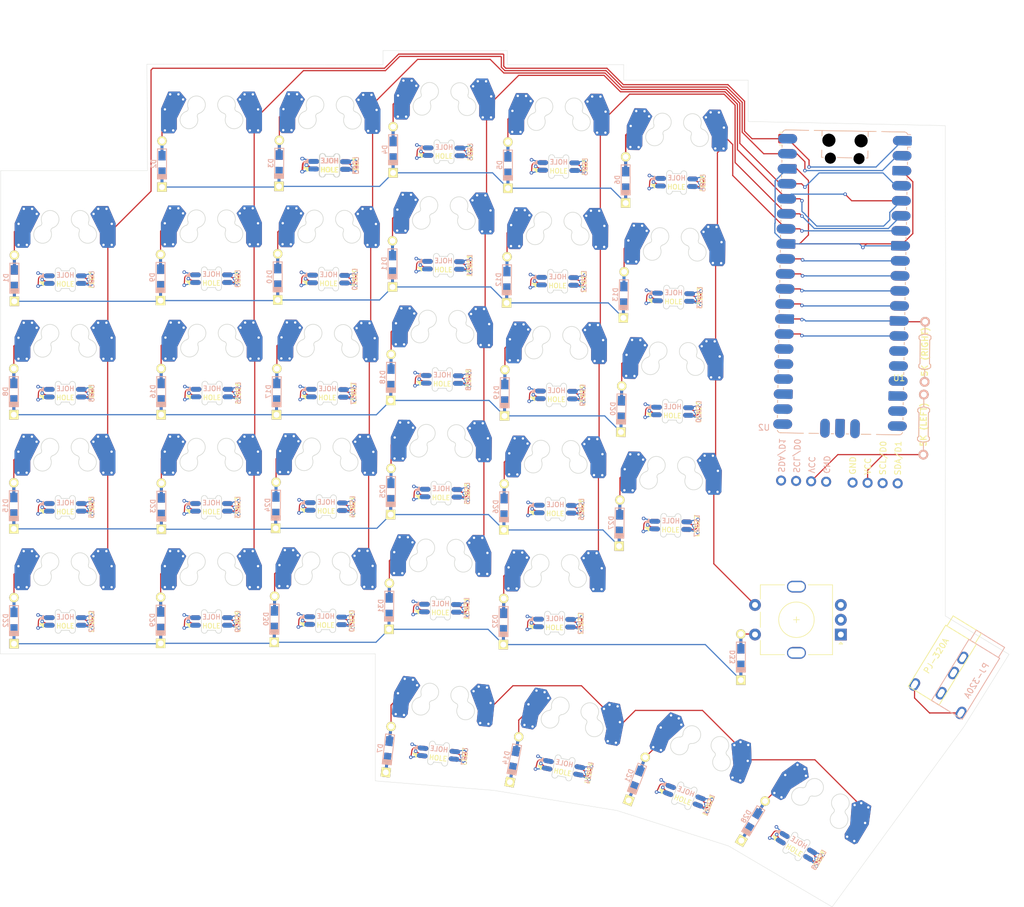
<source format=kicad_pcb>
(kicad_pcb (version 20240108) (generator "pcbnew") (generator_version "8.0")
  (layers (0 "F.Cu" signal) (31 "B.Cu" signal) (34 "B.Paste" user) (35 "F.Paste" user) (36 "B.SilkS" user "B.Silkscreen") (37 "F.SilkS" user "F.Silkscreen") (38 "B.Mask" user) (39 "F.Mask" user) (44 "Edge.Cuts" user))
  (net 0 "")
  (net 1 "Row 1")
  (net 2 "Net-(D1-A)")
  (net 3 "Row 2")
  (net 4 "Net-(D2-A)")
  (net 5 "Row 3")
  (net 6 "Net-(D3-A)")
  (net 7 "Row 4")
  (net 8 "Net-(D4-A)")
  (net 9 "Net-(D5-A)")
  (net 10 "Net-(D6-A)")
  (net 11 "Net-(D8-A)")
  (net 12 "Net-(D9-A)")
  (net 13 "Net-(D10-A)")
  (net 14 "Net-(D11-A)")
  (net 15 "Net-(D12-A)")
  (net 16 "Net-(D13-A)")
  (net 17 "Net-(D15-A)")
  (net 18 "Net-(D16-A)")
  (net 19 "Net-(D17-A)")
  (net 20 "Net-(D18-A)")
  (net 21 "Net-(D19-A)")
  (net 22 "Net-(D20-A)")
  (net 23 "Net-(D22-A)")
  (net 24 "Net-(D23-A)")
  (net 25 "Net-(D24-A)")
  (net 26 "Net-(D25-A)")
  (net 27 "Net-(D26-A)")
  (net 28 "Net-(D27-A)")
  (net 29 "Col 1")
  (net 30 "Col 2")
  (net 31 "Col 3")
  (net 32 "Col 4")
  (net 33 "Col 5")
  (net 34 "Col 6")
  (net 35 "Col 7")
  (net 36 "GND")
  (net 37 "VBUS")
  (net 51 "Net-(LED1-DOUT)")
  (net 52 "Net-(LED2-DOUT)")
  (net 53 "Net-(LED3-DOUT)")
  (net 54 "Net-(LED4-DOUT)")
  (net 55 "Net-(LED5-DOUT)")
  (net 56 "Net-(LED8-DIN)")
  (net 57 "Net-(LED10-DOUT)")
  (net 58 "Net-(LED10-DIN)")
  (net 59 "Net-(LED11-DIN)")
  (net 60 "Net-(LED12-DIN)")
  (net 61 "Net-(LED13-DIN)")
  (net 62 "Net-(LED15-DOUT)")
  (net 63 "Net-(LED16-DOUT)")
  (net 64 "Net-(LED17-DOUT)")
  (net 65 "Net-(LED18-DOUT)")
  (net 66 "Net-(LED19-DOUT)")
  (net 67 "Net-(LED22-DIN)")
  (net 68 "Net-(LED23-DIN)")
  (net 69 "ENCSWB")
  (net 70 "ENC A")
  (net 71 "ENC B")
  (net 72 "VSYS")
  (net 73 "Row 5")
  (net 74 "SCL")
  (net 75 "+3.3V")
  (net 76 "SCA")
  (net 77 "SK6912PWM")
  (net 89 "SPLIT SELECT")
  (net 90 "SERIAL B")
  (net 91 "SERIAL A")
  (net 92 "SDL")
  (net 93 "SDA")
  (net 94 "Net-(D7-A)")
  (net 95 "Net-(D14-A)")
  (net 96 "Net-(D21-A)")
  (net 97 "Net-(D28-A)")
  (net 98 "Net-(D29-A)")
  (net 99 "Net-(D30-A)")
  (net 100 "Net-(D31-A)")
  (net 101 "Net-(D32-A)")
  (net 102 "Net-(LED6-DOUT)")
  (net 103 "Net-(LED14-DIN)")
  (net 104 "Net-(LED15-DIN)")
  (net 105 "Net-(LED20-DOUT)")
  (net 106 "Net-(LED21-DOUT)")
  (net 107 "Net-(LED22-DOUT)")
  (net 108 "Net-(LED24-DIN)")
  (net 109 "Net-(LED25-DIN)")
  (net 110 "Net-(LED26-DIN)")
  (net 111 "Net-(LED27-DIN)")
  (net 116 "Net-(LED31-DOUT)")
  (footprint "Keebio-Parts:Diode-Hybrid-Dual" (layer "F.Cu") (at 242.565267 213.05365 -121)
    (property "Reference" "D28")
    (property "Value" "D" (hide yes))
  )
  (footprint "reversible-kicad-footprints:MX-1U-Hotswap" (layer "F.Cu") (at 190.027943 133.306504 -0.5)
    (property "Reference" "SW18")
    (property "Value" "SW_Push")
    (fp_arc (start -3.961079 -4.600242) (mid -3.98724 -4.216862) (end -4.277582 -3.965138) (stroke (width 0.1)) (layer "Edge.Cuts"))
    (fp_arc (start -3.961079 -4.600242) (mid -1.869374 -6.421598) (end -2.070857 -3.655376) (stroke (width 0.1)) (layer "Edge.Cuts"))
    (fp_arc (start -2.389 -3.019998) (mid -4.481244 -1.198708) (end -4.277582 -3.965138) (stroke (width 0.1)) (layer "Edge.Cuts"))
    (fp_arc (start -2.389 -3.019998) (mid -2.362333 -3.403985) (end -2.070856 -3.655375) (stroke (width 0.1)) (layer "Edge.Cuts"))
    (fp_arc (start 2.070858 -3.655377) (mid 1.869374 -6.42161) (end 3.961079 -4.60024) (stroke (width 0.1)) (layer "Edge.Cuts"))
    (fp_arc (start 2.070858 -3.655375) (mid 2.362328 -3.403984) (end 2.388999 -3.020001) (stroke (width 0.1)) (layer "Edge.Cuts"))
    (fp_arc (start 4.277581 -3.965135) (mid 4.481247 -1.198701) (end 2.388999 -3.020001) (stroke (width 0.1)) (layer "Edge.Cuts"))
    (fp_arc (start 4.277581 -3.965135) (mid 3.987242 -4.216862) (end 3.961079 -4.60024) (stroke (width 0.1)) (layer "Edge.Cuts"))
  )
  (footprint "Keebio-Parts:Diode-Hybrid-Dual" (layer "F.Cu") (at 200.371261 179.349247 -90.5)
    (property "Reference" "D32")
    (property "Value" "D" (hide yes))
  )
  (footprint "Keebio-Parts:Diode-Hybrid-Dual" (layer "F.Cu") (at 181.32745 157.369194 -90.5)
    (property "Reference" "D25")
    (property "Value" "D" (hide yes))
  )
  (footprint "reversible-kicad-footprints:MX-1U-SK6812Mini-E" (layer "F.Cu") (at 151.010403 116.300344)
    (property "Reference" "LED9")
    (property "Value" "SK6812MINI")
    (fp_line (start -1.7 3.58) (end -1.7 6.58) (stroke (width 0.1)) (layer "Edge.Cuts"))
    (fp_line (start -0.7 3.58) (end 0.7 3.58) (stroke (width 0.1)) (layer "Edge.Cuts"))
    (fp_line (start -0.7 6.58) (end 0.7 6.58) (stroke (width 0.1)) (layer "Edge.Cuts"))
    (fp_line (start 1.7 6.58) (end 1.7 3.58) (stroke (width 0.1)) (layer "Edge.Cuts"))
    (fp_arc (start -1.7 3.58) (mid -1.2 3.08) (end -0.7 3.58) (stroke (width 0.1)) (layer "Edge.Cuts"))
    (fp_arc (start -0.7 6.58) (mid -1.2 7.08) (end -1.7 6.58) (stroke (width 0.1)) (layer "Edge.Cuts"))
    (fp_arc (start 0.7 3.58) (mid 1.2 3.08) (end 1.7 3.58) (stroke (width 0.1)) (layer "Edge.Cuts"))
    (fp_arc (start 1.7 6.58) (mid 1.2 7.08) (end 0.7 6.58) (stroke (width 0.1)) (layer "Edge.Cuts"))
  )
  (footprint "Keebio-Parts:Diode-Hybrid-Dual" (layer "F.Cu") (at 200.931397 121.575685 -90.5)
    (property "Reference" "D12")
    (property "Value" "D" (hide yes))
  )
  (footprint "reversible-kicad-footprints:MX-1U-SK6812Mini-E" (layer "F.Cu") (at 126.310403 174.260344)
    (property "Reference" "LED22")
    (property "Value" "SK6812MINI")
    (fp_line (start -1.7 3.58) (end -1.7 6.58) (stroke (width 0.1)) (layer "Edge.Cuts"))
    (fp_line (start -0.7 3.58) (end 0.7 3.58) (stroke (width 0.1)) (layer "Edge.Cuts"))
    (fp_line (start -0.7 6.58) (end 0.7 6.58) (stroke (width 0.1)) (layer "Edge.Cuts"))
    (fp_line (start 1.7 6.58) (end 1.7 3.58) (stroke (width 0.1)) (layer "Edge.Cuts"))
    (fp_arc (start -1.7 3.58) (mid -1.2 3.08) (end -0.7 3.58) (stroke (width 0.1)) (layer "Edge.Cuts"))
    (fp_arc (start -0.7 6.58) (mid -1.2 7.08) (end -1.7 6.58) (stroke (width 0.1)) (layer "Edge.Cuts"))
    (fp_arc (start 0.7 3.58) (mid 1.2 3.08) (end 1.7 3.58) (stroke (width 0.1)) (layer "Edge.Cuts"))
    (fp_arc (start 1.7 6.58) (mid 1.2 7.08) (end 0.7 6.58) (stroke (width 0.1)) (layer "Edge.Cuts"))
  )
  (footprint "reversible-kicad-footprints:MX-1U-SK6812Mini-E" (layer "F.Cu") (at 151.010403 174.260344)
    (property "Reference" "LED29")
    (property "Value" "SK6812MINI")
    (fp_line (start -1.7 3.58) (end -1.7 6.58) (stroke (width 0.1)) (layer "Edge.Cuts"))
    (fp_line (start -0.7 3.58) (end 0.7 3.58) (stroke (width 0.1)) (layer "Edge.Cuts"))
    (fp_line (start -0.7 6.58) (end 0.7 6.58) (stroke (width 0.1)) (layer "Edge.Cuts"))
    (fp_line (start 1.7 6.58) (end 1.7 3.58) (stroke (width 0.1)) (layer "Edge.Cuts"))
    (fp_arc (start -1.7 3.58) (mid -1.2 3.08) (end -0.7 3.58) (stroke (width 0.1)) (layer "Edge.Cuts"))
    (fp_arc (start -0.7 6.58) (mid -1.2 7.08) (end -1.7 6.58) (stroke (width 0.1)) (layer "Edge.Cuts"))
    (fp_arc (start 0.7 3.58) (mid 1.2 3.08) (end 1.7 3.58) (stroke (width 0.1)) (layer "Edge.Cuts"))
    (fp_arc (start 1.7 6.58) (mid 1.2 7.08) (end 0.7 6.58) (stroke (width 0.1)) (layer "Edge.Cuts"))
  )
  (footprint "Keebio-Parts:Resistor" (layer "F.Cu") (at 271.573927 133.744258 89.5)
    (property "Reference" "R4" (hide yes))
    (property "Value" "5K (RIGHT)")
  )
  (footprint "reversible-kicad-footprints:MX-1U-SK6812Mini-E" (layer "F.Cu") (at 232.743187 204.068828 -21)
    (property "Reference" "LED21")
    (property "Value" "SK6812MINI")
    (fp_line (start -0.700001 6.579999) (end 0.7 6.579997) (stroke (width 0.1)) (layer "Edge.Cuts"))
    (fp_line (start -1.7 3.58) (end -1.699998 6.58) (stroke (width 0.1)) (layer "Edge.Cuts"))
    (fp_line (start -0.700002 3.580001) (end 0.700003 3.579998) (stroke (width 0.1)) (layer "Edge.Cuts"))
    (fp_line (start 1.700001 6.580001) (end 1.699998 3.58) (stroke (width 0.1)) (layer "Edge.Cuts"))
    (fp_arc (start -0.700001 6.579999) (mid -1.199999 7.08) (end -1.699998 6.58) (stroke (width 0.1)) (layer "Edge.Cuts"))
    (fp_arc (start -1.7 3.58) (mid -1.199999 3.08) (end -0.700002 3.580001) (stroke (width 0.1)) (layer "Edge.Cuts"))
    (fp_arc (start 1.700001 6.580001) (mid 1.200001 7.079999) (end 0.7 6.579997) (stroke (width 0.1)) (layer "Edge.Cuts"))
    (fp_arc (start 0.700003 3.579998) (mid 1.200001 3.080004) (end 1.699998 3.58) (stroke (width 0.1)) (layer "Edge.Cuts"))
  )
  (footprint "Keebio-Parts:Diode-Hybrid-Dual" (layer "F.Cu") (at 180.917721 200.972658 -96.5)
    (property "Reference" "D7")
    (property "Value" "D" (hide yes))
  )
  (footprint "reversible-kicad-footprints:MX-1U-SK6812Mini-E" (layer "F.Cu") (at 229.199655 119.433053 -1)
    (property "Reference" "LED13")
    (property "Value" "SK6812MINI")
    (fp_line (start -1.699999 3.58) (end -1.7 6.579999) (stroke (width 0.1)) (layer "Edge.Cuts"))
    (fp_line (start -0.7 6.58) (end 0.7 6.579999) (stroke (width 0.1)) (layer "Edge.Cuts"))
    (fp_line (start -0.7 3.58) (end 0.699999 3.58) (stroke (width 0.1)) (layer "Edge.Cuts"))
    (fp_line (start 1.700001 6.58) (end 1.7 3.58) (stroke (width 0.1)) (layer "Edge.Cuts"))
    (fp_arc (start -1.699999 3.58) (mid -1.2 3.080001) (end -0.7 3.58) (stroke (width 0.1)) (layer "Edge.Cuts"))
    (fp_arc (start -0.7 6.58) (mid -1.2 7.08) (end -1.7 6.579999) (stroke (width 0.1)) (layer "Edge.Cuts"))
    (fp_arc (start 0.699999 3.58) (mid 1.2 3.08) (end 1.7 3.58) (stroke (width 0.1)) (layer "Edge.Cuts"))
    (fp_arc (start 1.700001 6.58) (mid 1.2 7.079999) (end 0.7 6.579999) (stroke (width 0.1)) (layer "Edge.Cuts"))
  )
  (footprint "reversible-kicad-footprints:MX-1U-SK6812Mini-E" (layer "F.Cu") (at 228.710642 158.014094 -1)
    (property "Reference" "LED27")
    (property "Value" "SK6812MINI")
    (fp_line (start -1.699999 3.58) (end -1.7 6.579999) (stroke (width 0.1)) (layer "Edge.Cuts"))
    (fp_line (start -0.7 6.58) (end 0.7 6.579999) (stroke (width 0.1)) (layer "Edge.Cuts"))
    (fp_line (start -0.7 3.58) (end 0.699999 3.58) (stroke (width 0.1)) (layer "Edge.Cuts"))
    (fp_line (start 1.700001 6.58) (end 1.7 3.58) (stroke (width 0.1)) (layer "Edge.Cuts"))
    (fp_arc (start -1.699999 3.58) (mid -1.2 3.080001) (end -0.7 3.58) (stroke (width 0.1)) (layer "Edge.Cuts"))
    (fp_arc (start -0.7 6.58) (mid -1.2 7.08) (end -1.7 6.579999) (stroke (width 0.1)) (layer "Edge.Cuts"))
    (fp_arc (start 0.699999 3.58) (mid 1.2 3.08) (end 1.7 3.58) (stroke (width 0.1)) (layer "Edge.Cuts"))
    (fp_arc (start 1.700001 6.58) (mid 1.2 7.079999) (end 0.7 6.579999) (stroke (width 0.1)) (layer "Edge.Cuts"))
  )
  (footprint "reversible-kicad-footprints:MX-1U-SK6812Mini-E" (layer "F.Cu") (at 170.360422 174.137 -0.5)
    (property "Reference" "LED30")
    (property "Value" "SK6812MINI")
    (fp_line (start -1.7 3.58) (end -1.7 6.58) (stroke (width 0.1)) (layer "Edge.Cuts"))
    (fp_line (start -0.7 6.58) (end 0.7 6.58) (stroke (width 0.1)) (layer "Edge.Cuts"))
    (fp_line (start -0.7 3.58) (end 0.7 3.58) (stroke (width 0.1)) (layer "Edge.Cuts"))
    (fp_line (start 1.7 6.58) (end 1.7 3.58) (stroke (width 0.1)) (layer "Edge.Cuts"))
    (fp_arc (start -1.7 3.58) (mid -1.2 3.08) (end -0.7 3.58) (stroke (width 0.1)) (layer "Edge.Cuts"))
    (fp_arc (start -0.7 6.58) (mid -1.2 7.08) (end -1.7 6.58) (stroke (width 0.1)) (layer "Edge.Cuts"))
    (fp_arc (start 0.7 3.58) (mid 1.2 3.08) (end 1.7 3.58) (stroke (width 0.1)) (layer "Edge.Cuts"))
    (fp_arc (start 1.7 6.58) (mid 1.2 7.08) (end 0.7 6.58) (stroke (width 0.1)) (layer "Edge.Cuts"))
  )
  (footprint "reversible-kicad-footprints:MX-1U-SK6812Mini-E" (layer "F.Cu") (at 229.699655 100.033053 -1)
    (property "Reference" "LED6")
    (property "Value" "SK6812MINI")
    (fp_line (start -1.699999 3.58) (end -1.7 6.579999) (stroke (width 0.1)) (layer "Edge.Cuts"))
    (fp_line (start -0.7 6.58) (end 0.7 6.579999) (stroke (width 0.1)) (layer "Edge.Cuts"))
    (fp_line (start -0.7 3.58) (end 0.699999 3.58) (stroke (width 0.1)) (layer "Edge.Cuts"))
    (fp_line (start 1.700001 6.58) (end 1.7 3.58) (stroke (width 0.1)) (layer "Edge.Cuts"))
    (fp_arc (start -1.699999 3.58) (mid -1.2 3.080001) (end -0.7 3.58) (stroke (width 0.1)) (layer "Edge.Cuts"))
    (fp_arc (start -0.7 6.58) (mid -1.2 7.08) (end -1.7 6.579999) (stroke (width 0.1)) (layer "Edge.Cuts"))
    (fp_arc (start 0.699999 3.58) (mid 1.2 3.08) (end 1.7 3.58) (stroke (width 0.1)) (layer "Edge.Cuts"))
    (fp_arc (start 1.700001 6.58) (mid 1.2 7.079999) (end 0.7 6.579999) (stroke (width 0.1)) (layer "Edge.Cuts"))
  )
  (footprint "reversible-kicad-footprints:MX-1U-SK6812Mini-E" (layer "F.Cu") (at 252.482133 213.031689 -31)
    (property "Reference" "LED28")
    (property "Value" "SK6812MINI")
    (fp_line (start -0.700002 6.579999) (end 0.699998 6.579998) (stroke (width 0.1)) (layer "Edge.Cuts"))
    (fp_line (start -1.700001 3.579999) (end -1.699998 6.579999) (stroke (width 0.1)) (layer "Edge.Cuts"))
    (fp_line (start -0.700005 3.58) (end 0.700002 3.579998) (stroke (width 0.1)) (layer "Edge.Cuts"))
    (fp_line (start 1.700002 6.580001) (end 1.699999 3.580002) (stroke (width 0.1)) (layer "Edge.Cuts"))
    (fp_arc (start -0.700002 6.579999) (mid -1.2 7.080001) (end -1.699998 6.579999) (stroke (width 0.1)) (layer "Edge.Cuts"))
    (fp_arc (start -1.700001 3.579999) (mid -1.2 3.08) (end -0.700005 3.58) (stroke (width 0.1)) (layer "Edge.Cuts"))
    (fp_arc (start 1.700002 6.580001) (mid 1.200002 7.079998) (end 0.699998 6.579998) (stroke (width 0.1)) (layer "Edge.Cuts"))
    (fp_arc (start 0.700002 3.579998) (mid 1.200002 3.080002) (end 1.699999 3.580002) (stroke (width 0.1)) (layer "Edge.Cuts"))
  )
  (footprint "reversible-kicad-footprints:MX-1U-Hotswap" (layer "F.Cu") (at 228.649017 158.053881 -1)
    (property "Reference" "SW27")
    (property "Value" "SW_Push")
    (fp_arc (start -3.961079 -4.600241) (mid -3.987241 -4.216861) (end -4.277582 -3.965138) (stroke (width 0.1)) (layer "Edge.Cuts"))
    (fp_arc (start -3.961079 -4.600241) (mid -1.869376 -6.421597) (end -2.070856 -3.655375) (stroke (width 0.1)) (layer "Edge.Cuts"))
    (fp_arc (start -2.389 -3.019999) (mid -4.481244 -1.198706) (end -4.277582 -3.965138) (stroke (width 0.1)) (layer "Edge.Cuts"))
    (fp_arc (start -2.389 -3.019999) (mid -2.362333 -3.403985) (end -2.070855 -3.655375) (stroke (width 0.1)) (layer "Edge.Cuts"))
    (fp_arc (start 2.070857 -3.655375) (mid 2.362329 -3.403984) (end 2.388999 -3.02) (stroke (width 0.1)) (layer "Edge.Cuts"))
    (fp_arc (start 2.070858 -3.655376) (mid 1.869373 -6.42161) (end 3.961079 -4.60024) (stroke (width 0.1)) (layer "Edge.Cuts"))
    (fp_arc (start 4.277582 -3.965135) (mid 4.481247 -1.198701) (end 2.388999 -3.02) (stroke (width 0.1)) (layer "Edge.Cuts"))
    (fp_arc (start 4.277582 -3.965135) (mid 3.987243 -4.216861) (end 3.961079 -4.60024) (stroke (width 0.1)) (layer "Edge.Cuts"))
  )
  (footprint "reversible-kicad-footprints:MX-1U-Hotswap" (layer "F.Cu") (at 209.060665 174.587074 -0.5)
    (property "Reference" "SW32")
    (property "Value" "SW_Push")
    (fp_arc (start -3.961079 -4.600242) (mid -3.98724 -4.216862) (end -4.277582 -3.965138) (stroke (width 0.1)) (layer "Edge.Cuts"))
    (fp_arc (start -3.961079 -4.600242) (mid -1.869374 -6.421598) (end -2.070857 -3.655376) (stroke (width 0.1)) (layer "Edge.Cuts"))
    (fp_arc (start -2.389 -3.019998) (mid -4.481244 -1.198708) (end -4.277582 -3.965138) (stroke (width 0.1)) (layer "Edge.Cuts"))
    (fp_arc (start -2.389 -3.019998) (mid -2.362333 -3.403985) (end -2.070856 -3.655375) (stroke (width 0.1)) (layer "Edge.Cuts"))
    (fp_arc (start 2.070858 -3.655377) (mid 1.869374 -6.42161) (end 3.961079 -4.60024) (stroke (width 0.1)) (layer "Edge.Cuts"))
    (fp_arc (start 2.070858 -3.655375) (mid 2.362328 -3.403984) (end 2.388999 -3.020001) (stroke (width 0.1)) (layer "Edge.Cuts"))
    (fp_arc (start 4.277581 -3.965135) (mid 4.481247 -1.198701) (end 2.388999 -3.020001) (stroke (width 0.1)) (layer "Edge.Cuts"))
    (fp_arc (start 4.277581 -3.965135) (mid 3.987242 -4.216862) (end 3.961079 -4.60024) (stroke (width 0.1)) (layer "Edge.Cuts"))
  )
  (footprint "reversible-kicad-footprints:MX-1U-SK6812Mini-E" (layer "F.Cu") (at 171.060422 97.137 -0.5)
    (property "Reference" "LED2")
    (property "Value" "SK6812MINI")
    (fp_line (start -1.7 3.58) (end -1.7 6.58) (stroke (width 0.1)) (layer "Edge.Cuts"))
    (fp_line (start -0.7 6.58) (end 0.7 6.58) (stroke (width 0.1)) (layer "Edge.Cuts"))
    (fp_line (start -0.7 3.58) (end 0.7 3.58) (stroke (width 0.1)) (layer "Edge.Cuts"))
    (fp_line (start 1.7 6.58) (end 1.7 3.58) (stroke (width 0.1)) (layer "Edge.Cuts"))
    (fp_arc (start -1.7 3.58) (mid -1.2 3.08) (end -0.7 3.58) (stroke (width 0.1)) (layer "Edge.Cuts"))
    (fp_arc (start -0.7 6.58) (mid -1.2 7.08) (end -1.7 6.58) (stroke (width 0.1)) (layer "Edge.Cuts"))
    (fp_arc (start 0.7 3.58) (mid 1.2 3.08) (end 1.7 3.58) (stroke (width 0.1)) (layer "Edge.Cuts"))
    (fp_arc (start 1.7 6.58) (mid 1.2 7.08) (end 0.7 6.58) (stroke (width 0.1)) (layer "Edge.Cuts"))
  )
  (footprint "Keebio-Parts:Diode-Hybrid-Dual" (layer "F.Cu") (at 240.475799 185.361383 -90)
    (property "Reference" "D33")
    (property "Value" "D" (hide yes))
  )
  (footprint "Keebio-Parts:Diode-Hybrid-Dual" (layer "F.Cu") (at 117.703482 121.301576 -90)
    (property "Reference" "D1")
    (property "Value" "D" (hide yes))
  )
  (footprint "reversible-kicad-footprints:MX-1U-SK6812Mini-E" (layer "F.Cu") (at 209.040422 174.540475 -0.5)
    (property "Reference" "LED32")
    (property "Value" "SK6812MINI")
    (fp_line (start -1.7 3.58) (end -1.7 6.58) (stroke (width 0.1)) (layer "Edge.Cuts"))
    (fp_line (start -0.7 6.58) (end 0.7 6.58) (stroke (width 0.1)) (layer "Edge.Cuts"))
    (fp_line (start -0.7 3.58) (end 0.7 3.58) (stroke (width 0.1)) (layer "Edge.Cuts"))
    (fp_line (start 1.7 6.58) (end 1.7 3.58) (stroke (width 0.1)) (layer "Edge.Cuts"))
    (fp_arc (start -1.7 3.58) (mid -1.2 3.08) (end -0.7 3.58) (stroke (width 0.1)) (layer "Edge.Cuts"))
    (fp_arc (start -0.7 6.58) (mid -1.2 7.08) (end -1.7 6.58) (stroke (width 0.1)) (layer "Edge.Cuts"))
    (fp_arc (start 0.7 3.58) (mid 1.2 3.08) (end 1.7 3.58) (stroke (width 0.1)) (layer "Edge.Cuts"))
    (fp_arc (start 1.7 6.58) (mid 1.2 7.08) (end 0.7 6.58) (stroke (width 0.1)) (layer "Edge.Cuts"))
  )
  (footprint "Keebio-Parts:Diode-Hybrid-Dual" (layer "F.Cu") (at 117.610403 140.480344 -90)
    (property "Reference" "D8")
    (property "Value" "D" (hide yes))
  )
  (footprint "reversible-kicad-footprints:MX-1U-SK6812Mini-E" (layer "F.Cu") (at 126.310403 154.960344)
    (property "Reference" "LED15")
    (property "Value" "SK6812MINI")
    (fp_line (start -1.7 3.58) (end -1.7 6.58) (stroke (width 0.1)) (layer "Edge.Cuts"))
    (fp_line (start -0.7 3.58) (end 0.7 3.58) (stroke (width 0.1)) (layer "Edge.Cuts"))
    (fp_line (start -0.7 6.58) (end 0.7 6.58) (stroke (width 0.1)) (layer "Edge.Cuts"))
    (fp_line (start 1.7 6.58) (end 1.7 3.58) (stroke (width 0.1)) (layer "Edge.Cuts"))
    (fp_arc (start -1.7 3.58) (mid -1.2 3.08) (end -0.7 3.58) (stroke (width 0.1)) (layer "Edge.Cuts"))
    (fp_arc (start -0.7 6.58) (mid -1.2 7.08) (end -1.7 6.58) (stroke (width 0.1)) (layer "Edge.Cuts"))
    (fp_arc (start 0.7 3.58) (mid 1.2 3.08) (end 1.7 3.58) (stroke (width 0.1)) (layer "Edge.Cuts"))
    (fp_arc (start 1.7 6.58) (mid 1.2 7.08) (end 0.7 6.58) (stroke (width 0.1)) (layer "Edge.Cuts"))
  )
  (footprint "reversible-kicad-footprints:MX-1U-Hotswap" (layer "F.Cu") (at 151.019503 97.067828)
    (property "Reference" "SW2")
    (property "Value" "SW_Push")
    (fp_arc (start -3.96108 -4.600244) (mid -3.98724 -4.216862) (end -4.277582 -3.965134) (stroke (width 0.1)) (layer "Edge.Cuts"))
    (fp_arc (start -3.96108 -4.600244) (mid -1.869376 -6.421598) (end -2.070859 -3.655379) (stroke (width 0.1)) (layer "Edge.Cuts"))
    (fp_arc (start -2.389 -3.02) (mid -4.481246 -1.198706) (end -4.277582 -3.965134) (stroke (width 0.1)) (layer "Edge.Cuts"))
    (fp_arc (start -2.389 -3.02) (mid -2.362332 -3.403986) (end -2.070857 -3.655379) (stroke (width 0.1)) (layer "Edge.Cuts"))
    (fp_arc (start 2.070858 -3.655385) (mid 2.362339 -3.403989) (end 2.388997 -3.020001) (stroke (width 0.1)) (layer "Edge.Cuts"))
    (fp_arc (start 2.07086 -3.655381) (mid 1.869376 -6.421602) (end 3.961079 -4.600241) (stroke (width 0.1)) (layer "Edge.Cuts"))
    (fp_arc (start 4.277582 -3.965136) (mid 4.481247 -1.198705) (end 2.388997 -3.020001) (stroke (width 0.1)) (layer "Edge.Cuts"))
    (fp_arc (start 4.277582 -3.965136) (mid 3.987243 -4.216863) (end 3.961079 -4.600241) (stroke (width 0.1)) (layer "Edge.Cuts"))
  )
  (footprint "Keebio-Parts:Diode-Hybrid-Dual" (layer "F.Cu") (at 142.410403 121.180344 -90)
    (property "Reference" "D9")
    (property "Value" "D" (hide yes))
  )
  (footprint "reversible-kicad-footprints:MX-1U-SK6812Mini-E" (layer "F.Cu") (at 126.310403 135.660344)
    (property "Reference" "LED8")
    (property "Value" "SK6812MINI")
    (fp_line (start -1.7 3.58) (end -1.7 6.58) (stroke (width 0.1)) (layer "Edge.Cuts"))
    (fp_line (start -0.7 3.58) (end 0.7 3.58) (stroke (width 0.1)) (layer "Edge.Cuts"))
    (fp_line (start -0.7 6.58) (end 0.7 6.58) (stroke (width 0.1)) (layer "Edge.Cuts"))
    (fp_line (start 1.7 6.58) (end 1.7 3.58) (stroke (width 0.1)) (layer "Edge.Cuts"))
    (fp_arc (start -1.7 3.58) (mid -1.2 3.08) (end -0.7 3.58) (stroke (width 0.1)) (layer "Edge.Cuts"))
    (fp_arc (start -0.7 6.58) (mid -1.2 7.08) (end -1.7 6.58) (stroke (width 0.1)) (layer "Edge.Cuts"))
    (fp_arc (start 0.7 3.58) (mid 1.2 3.08) (end 1.7 3.58) (stroke (width 0.1)) (layer "Edge.Cuts"))
    (fp_arc (start 1.7 6.58) (mid 1.2 7.08) (end 0.7 6.58) (stroke (width 0.1)) (layer "Edge.Cuts"))
  )
  (footprint "reversible-kicad-footprints:MX-1U-Hotswap" (layer "F.Cu") (at 171.007731 97.095435 -0.5)
    (property "Reference" "SW3")
    (property "Value" "SW_Push")
    (fp_arc (start -3.961079 -4.600242) (mid -3.98724 -4.216862) (end -4.277583 -3.965138) (stroke (width 0.1)) (layer "Edge.Cuts"))
    (fp_arc (start -3.961079 -4.600242) (mid -1.869374 -6.421595) (end -2.070857 -3.655376) (stroke (width 0.1)) (layer "Edge.Cuts"))
    (fp_arc (start -2.389 -3.019998) (mid -4.48125 -1.198711) (end -4.277583 -3.965138) (stroke (width 0.1)) (layer "Edge.Cuts"))
    (fp_arc (start -2.389 -3.019998) (mid -2.362333 -3.403985) (end -2.070856 -3.655375) (stroke (width 0.1)) (layer "Edge.Cuts"))
    (fp_arc (start 2.070858 -3.655377) (mid 1.869369 -6.421606) (end 3.961079 -4.60024) (stroke (width 0.1)) (layer "Edge.Cuts"))
    (fp_arc (start 2.070858 -3.655375) (mid 2.36233 -3.403984) (end 2.388999 -3.020001) (stroke (width 0.1)) (layer "Edge.Cuts"))
    (fp_arc (start 4.277581 -3.965135) (mid 4.481248 -1.198701) (end 2.388999 -3.020001) (stroke (width 0.1)) (layer "Edge.Cuts"))
    (fp_arc (start 4.277581 -3.965135) (mid 3.987242 -4.216862) (end 3.961079 -4.60024) (stroke (width 0.1)) (layer "Edge.Cuts"))
  )
  (footprint "Keebio-Parts:Diode-Hybrid-Dual" (layer "F.Cu") (at 181.043453 176.763546 -90.5)
    (property "Reference" "D31")
    (property "Value" "D" (hide yes))
  )
  (footprint "reversible-kicad-footprints:MX-1U-Hotswap" (layer "F.Cu") (at 170.339914 174.195396 -0.5)
    (property "Reference" "SW30")
    (property "Value" "SW_Push")
    (fp_arc (start -3.961079 -4.600242) (mid -3.98724 -4.216862) (end -4.277582 -3.965138) (stroke (width 0.1)) (layer "Edge.Cuts"))
    (fp_arc (start -3.961079 -4.600242) (mid -1.869374 -6.421598) (end -2.070857 -3.655376) (stroke (width 0.1)) (layer "Edge.Cuts"))
    (fp_arc (start -2.389 -3.019998) (mid -4.481244 -1.198708) (end -4.277582 -3.965138) (stroke (width 0.1)) (layer "Edge.Cuts"))
    (fp_arc (start -2.389 -3.019998) (mid -2.362333 -3.403985) (end -2.070856 -3.655375) (stroke (width 0.1)) (layer "Edge.Cuts"))
    (fp_arc (start 2.070858 -3.655377) (mid 1.869374 -6.42161) (end 3.961079 -4.60024) (stroke (width 0.1)) (layer "Edge.Cuts"))
    (fp_arc (start 2.070858 -3.655375) (mid 2.362328 -3.403984) (end 2.388999 -3.020001) (stroke (width 0.1)) (layer "Edge.Cuts"))
    (fp_arc (start 4.277581 -3.965135) (mid 4.481247 -1.198701) (end 2.388999 -3.020001) (stroke (width 0.1)) (layer "Edge.Cuts"))
    (fp_arc (start 4.277581 -3.965135) (mid 3.987242 -4.216862) (end 3.961079 -4.60024) (stroke (width 0.1)) (layer "Edge.Cuts"))
  )
  (footprint "Keebio-Parts:Diode-Hybrid-Dual" (layer "F.Cu") (at 181.610403 118.880344 -90)
    (property "Reference" "D11")
    (property "Value" "D" (hide yes))
  )
  (footprint "reversible-kicad-footprints:MX-1U-SK6812Mini-E" (layer "F.Cu") (at 229.010642 138.714094 -1)
    (property "Reference" "LED20")
    (property "Value" "SK6812MINI")
    (fp_line (start -1.699999 3.58) (end -1.7 6.579999) (stroke (width 0.1)) (layer "Edge.Cuts"))
    (fp_line (start -0.7 6.58) (end 0.7 6.579999) (stroke (width 0.1)) (layer "Edge.Cuts"))
    (fp_line (start -0.7 3.58) (end 0.699999 3.58) (stroke (width 0.1)) (layer "Edge.Cuts"))
    (fp_line (start 1.700001 6.58) (end 1.7 3.58) (stroke (width 0.1)) (layer "Edge.Cuts"))
    (fp_arc (start -1.699999 3.58) (mid -1.2 3.080001) (end -0.7 3.58) (stroke (width 0.1)) (layer "Edge.Cuts"))
    (fp_arc (start -0.7 6.58) (mid -1.2 7.08) (end -1.7 6.579999) (stroke (width 0.1)) (layer "Edge.Cuts"))
    (fp_arc (start 0.699999 3.58) (mid 1.2 3.08) (end 1.7 3.58) (stroke (width 0.1)) (layer "Edge.Cuts"))
    (fp_arc (start 1.700001 6.58) (mid 1.2 7.079999) (end 0.7 6.579999) (stroke (width 0.1)) (layer "Edge.Cuts"))
  )
  (footprint "reversible-kicad-footprints:MX-1U-SK6812Mini-E" (layer "F.Cu") (at 170.854882 116.366504 -0.5)
    (property "Reference" "LED10")
    (property "Value" "SK6812MINI")
    (fp_line (start -1.7 3.58) (end -1.7 6.58) (stroke (width 0.1)) (layer "Edge.Cuts"))
    (fp_line (start -0.7 6.58) (end 0.7 6.58) (stroke (width 0.1)) (layer "Edge.Cuts"))
    (fp_line (start -0.7 3.58) (end 0.7 3.58) (stroke (width 0.1)) (layer "Edge.Cuts"))
    (fp_line (start 1.7 6.58) (end 1.7 3.58) (stroke (width 0.1)) (layer "Edge.Cuts"))
    (fp_arc (start -1.7 3.58) (mid -1.2 3.08) (end -0.7 3.58) (stroke (width 0.1)) (layer "Edge.Cuts"))
    (fp_arc (start -0.7 6.58) (mid -1.2 7.08) (end -1.7 6.58) (stroke (width 0.1)) (layer "Edge.Cuts"))
    (fp_arc (start 0.7 3.58) (mid 1.2 3.08) (end 1.7 3.58) (stroke (width 0.1)) (layer "Edge.Cuts"))
    (fp_arc (start 1.7 6.58) (mid 1.2 7.08) (end 0.7 6.58) (stroke (width 0.1)) (layer "Edge.Cuts"))
  )
  (footprint "reversible-kicad-footprints:MX-1U-Hotswap" (layer "F.Cu") (at 229.259762 119.377959 -1)
    (property "Reference" "SW13")
    (property "Value" "SW_Push")
    (fp_arc (start -3.961079 -4.600241) (mid -3.98724 -4.216861) (end -4.277583 -3.965137) (stroke (width 0.1)) (layer "Edge.Cuts"))
    (fp_arc (start -3.961079 -4.600241) (mid -1.869375 -6.421595) (end -2.070856 -3.655375) (stroke (width 0.1)) (layer "Edge.Cuts"))
    (fp_arc (start -2.389 -3.019999) (mid -4.48125 -1.198709) (end -4.277583 -3.965137) (stroke (width 0.1)) (layer "Edge.Cuts"))
    (fp_arc (start -2.389 -3.019999) (mid -2.362333 -3.403985) (end -2.070855 -3.655375) (stroke (width 0.1)) (layer "Edge.Cuts"))
    (fp_arc (start 2.070857 -3.655375) (mid 2.36233 -3.403984) (end 2.388999 -3.02) (stroke (width 0.1)) (layer "Edge.Cuts"))
    (fp_arc (start 2.070858 -3.655376) (mid 1.869369 -6.421606) (end 3.961079 -4.60024) (stroke (width 0.1)) (layer "Edge.Cuts"))
    (fp_arc (start 4.277582 -3.965135) (mid 4.481248 -1.198701) (end 2.388999 -3.02) (stroke (width 0.1)) (layer "Edge.Cuts"))
    (fp_arc (start 4.277582 -3.965135) (mid 3.987243 -4.216861) (end 3.961079 -4.60024) (stroke (width 0.1)) (layer "Edge.Cuts"))
  )
  (footprint "reversible-kicad-footprints:MX-1U-Hotswap" (layer "F.Cu") (at 211.486264 199.094348 -11)
    (property "Reference" "SW14")
    (property "Value" "SW_Push")
    (fp_arc (start -3.961079 -4.600242) (mid -3.987239 -4.216863) (end -4.277579 -3.965138) (stroke (width 0.1)) (layer "Edge.Cuts"))
    (fp_arc (start -3.961079 -4.600242) (mid -1.869376 -6.421598) (end -2.070854 -3.655376) (stroke (width 0.1)) (layer "Edge.Cuts"))
    (fp_arc (start -2.388999 -3.019998) (mid -4.481246 -1.198711) (end -4.277579 -3.965138) (stroke (width 0.1)) (layer "Edge.Cuts"))
    (fp_arc (start -2.388999 -3.019998) (mid -2.362332 -3.403985) (end -2.070853 -3.655375) (stroke (width 0.1)) (layer "Edge.Cuts"))
    (fp_arc (start 2.070857 -3.655378) (mid 1.869374 -6.421609) (end 3.961078 -4.600239) (stroke (width 0.1)) (layer "Edge.Cuts"))
    (fp_arc (start 2.070857 -3.655377) (mid 2.362329 -3.403984) (end 2.388999 -3.02) (stroke (width 0.1)) (layer "Edge.Cuts"))
    (fp_arc (start 4.277581 -3.965137) (mid 4.481249 -1.198701) (end 2.388999 -3.02) (stroke (width 0.1)) (layer "Edge.Cuts"))
    (fp_arc (start 4.277581 -3.965137) (mid 3.987244 -4.216862) (end 3.961078 -4.600239) (stroke (width 0.1)) (layer "Edge.Cuts"))
  )
  (footprint "Keebio-Parts:Diode-Hybrid-Dual" (layer "F.Cu") (at 117.610403 159.780344 -90)
    (property "Reference" "D15")
    (property "Value" "D" (hide yes))
  )
  (footprint "reversible-kicad-footprints:MX-1U-SK6812Mini-E" (layer "F.Cu") (at 190.060422 133.337 -0.5)
    (property "Reference" "LED18")
    (property "Value" "SK6812MINI")
    (fp_line (start -1.7 3.58) (end -1.7 6.58) (stroke (width 0.1)) (layer "Edge.Cuts"))
    (fp_line (start -0.7 6.58) (end 0.7 6.58) (stroke (width 0.1)) (layer "Edge.Cuts"))
    (fp_line (start -0.7 3.58) (end 0.7 3.58) (stroke (width 0.1)) (layer "Edge.Cuts"))
    (fp_line (start 1.7 6.58) (end 1.7 3.58) (stroke (width 0.1)) (layer "Edge.Cuts"))
    (fp_arc (start -1.7 3.58) (mid -1.2 3.08) (end -0.7 3.58) (stroke (width 0.1)) (layer "Edge.Cuts"))
    (fp_arc (start -0.7 6.58) (mid -1.2 7.08) (end -1.7 6.58) (stroke (width 0.1)) (layer "Edge.Cuts"))
    (fp_arc (start 0.7 3.58) (mid 1.2 3.08) (end 1.7 3.58) (stroke (width 0.1)) (layer "Edge.Cuts"))
    (fp_arc (start 1.7 6.58) (mid 1.2 7.08) (end 0.7 6.58) (stroke (width 0.1)) (layer "Edge.Cuts"))
  )
  (footprint "reversible-kicad-footprints:MX-1U-Hotswap" (layer "F.Cu") (at 232.742797 204.12468 -21)
    (property "Reference" "SW21")
    (property "Value" "SW_Push")
    (fp_arc (start -3.961078 -4.600239) (mid -3.987241 -4.216861) (end -4.277579 -3.965137) (stroke (width 0.1)) (layer "Edge.Cuts"))
    (fp_arc (start -3.961078 -4.600239) (mid -1.869382 -6.421599) (end -2.070854 -3.655376) (stroke (width 0.1)) (layer "Edge.Cuts"))
    (fp_arc (start -2.389 -3.019999) (mid -4.481248 -1.198709) (end -4.277579 -3.965137) (stroke (width 0.1)) (layer "Edge.Cuts"))
    (fp_arc (start -2.389 -3.019999) (mid -2.362333 -3.403987) (end -2.070853 -3.655375) (stroke (width 0.1)) (layer "Edge.Cuts"))
    (fp_arc (start 2.070858 -3.655377) (mid 2.362331 -3.403984) (end 2.389 -3.019998) (stroke (width 0.1)) (layer "Edge.Cuts"))
    (fp_arc (start 2.070859 -3.655377) (mid 1.86937 -6.421605) (end 3.961083 -4.600239) (stroke (width 0.1)) (layer "Edge.Cuts"))
    (fp_arc (start 4.277581 -3.965135) (mid 4.481249 -1.198702) (end 2.389 -3.019998) (stroke (width 0.1)) (layer "Edge.Cuts"))
    (fp_arc (start 4.277581 -3.965135) (mid 3.987242 -4.216862) (end 3.961083 -4.600239) (stroke (width 0.1)) (layer "Edge.Cuts"))
  )
  (footprint "reversible-kicad-footprints:MX-1U-SK6812Mini-E" (layer "F.Cu") (at 211.466785 199.103547 -11)
    (property "Reference" "LED14")
    (property "Value" "SK6812MINI")
    (fp_line (start -1.700001 3.58) (end -1.7 6.579999) (stroke (width 0.1)) (layer "Edge.Cuts"))
    (fp_line (start -0.700001 6.58) (end 0.699999 6.579999) (stroke (width 0.1)) (layer "Edge.Cuts"))
    (fp_line (start -0.700001 3.579999) (end 0.700003 3.579998) (stroke (width 0.1)) (layer "Edge.Cuts"))
    (fp_line (start 1.700001 6.580001) (end 1.7 3.579999) (stroke (width 0.1)) (layer "Edge.Cuts"))
    (fp_arc (start -1.700001 3.58) (mid -1.2 3.08) (end -0.700001 3.579999) (stroke (width 0.1)) (layer "Edge.Cuts"))
    (fp_arc (start -0.700001 6.58) (mid -1.2 7.08) (end -1.7 6.579999) (stroke (width 0.1)) (layer "Edge.Cuts"))
    (fp_arc (start 0.700003 3.579998) (mid 1.200002 3.080003) (end 1.7 3.579999) (stroke (width 0.1)) (layer "Edge.Cuts"))
    (fp_arc (start 1.700001 6.580001) (mid 1.2 7.080001) (end 0.699999 6.579999) (stroke (width 0.1)) (layer "Edge.Cuts"))
  )
  (footprint "reversible-kicad-footprints:MX-1U-Hotswap" (layer "F.Cu") (at 209.28504 136.014679 -0.5)
    (property "Reference" "SW19")
    (property "Value" "SW_Push")
    (fp_arc (start -3.961079 -4.600242) (mid -3.98724 -4.216862) (end -4.277582 -3.965138) (stroke (width 0.1)) (layer "Edge.Cuts"))
    (fp_arc (start -3.961079 -4.600242) (mid -1.869374 -6.421598) (end -2.070857 -3.655376) (stroke (width 0.1)) (layer "Edge.Cuts"))
    (fp_arc (start -2.389 -3.019998) (mid -4.481244 -1.198708) (end -4.277582 -3.965138) (stroke (width 0.1)) (layer "Edge.Cuts"))
    (fp_arc (start -2.389 -3.019998) (mid -2.362333 -3.403985) (end -2.070856 -3.655375) (stroke (width 0.1)) (layer "Edge.Cuts"))
    (fp_arc (start 2.070858 -3.655377) (mid 1.869374 -6.42161) (end 3.961079 -4.60024) (stroke (width 0.1)) (layer "Edge.Cuts"))
    (fp_arc (start 2.070858 -3.655375) (mid 2.362328 -3.403984) (end 2.388999 -3.020001) (stroke (width 0.1)) (layer "Edge.Cuts"))
    (fp_arc (start 4.277581 -3.965135) (mid 4.481247 -1.198701) (end 2.388999 -3.020001) (stroke (width 0.1)) (layer "Edge.Cuts"))
    (fp_arc (start 4.277581 -3.965135) (mid 3.987242 -4.216862) (end 3.961079 -4.60024) (stroke (width 0.1)) (layer "Edge.Cuts"))
  )
  (footprint "Keebio-Parts:Diode-Hybrid-Dual" (layer "F.Cu") (at 142.541928 159.848908 -90)
    (property "Reference" "D23")
    (property "Value" "D" (hide yes))
  )
  (footprint "reversible-kicad-footprints:MX-1U-Hotswap" (layer "F.Cu") (at 229.661727 100.014115 -1)
    (property "Reference" "SW6")
    (property "Value" "SW_Push")
    (fp_arc (start -3.961079 -4.600241) (mid -3.987239 -4.216861) (end -4.277582 -3.965138) (stroke (width 0.1)) (layer "Edge.Cuts"))
    (fp_arc (start -3.961079 -4.600241) (mid -1.869373 -6.421595) (end -2.070856 -3.655375) (stroke (width 0.1)) (layer "Edge.Cuts"))
    (fp_arc (start -2.389 -3.019999) (mid -4.48125 -1.198709) (end -4.277582 -3.965138) (stroke (width 0.1)) (layer "Edge.Cuts"))
    (fp_arc (start -2.389 -3.019999) (mid -2.362333 -3.403985) (end -2.070855 -3.655375) (stroke (width 0.1)) (layer "Edge.Cuts"))
    (fp_arc (start 2.070857 -3.655375) (mid 2.36233 -3.403984) (end 2.388999 -3.02) (stroke (width 0.1)) (layer "Edge.Cuts"))
    (fp_arc (start 2.070858 -3.655376) (mid 1.869367 -6.421609) (end 3.961079 -4.60024) (stroke (width 0.1)) (layer "Edge.Cuts"))
    (fp_arc (start 4.277582 -3.965135) (mid 4.481248 -1.198701) (end 2.388999 -3.02) (stroke (width 0.1)) (layer "Edge.Cuts"))
    (fp_arc (start 4.277582 -3.965135) (mid 3.987244 -4.216862) (end 3.961079 -4.60024) (stroke (width 0.1)) (layer "Edge.Cuts"))
  )
  (footprint "reversible-kicad-footprints:MX-1U-Hotswap" (layer "F.Cu") (at 189.732857 172.001374 -0.5)
    (property "Reference" "SW31")
    (property "Value" "SW_Push")
    (fp_arc (start -3.961079 -4.600242) (mid -3.98724 -4.216862) (end -4.277582 -3.965138) (stroke (width 0.1)) (layer "Edge.Cuts"))
    (fp_arc (start -3.961079 -4.600242) (mid -1.869374 -6.421598) (end -2.070857 -3.655376) (stroke (width 0.1)) (layer "Edge.Cuts"))
    (fp_arc (start -2.389 -3.019998) (mid -4.481244 -1.198708) (end -4.277582 -3.965138) (stroke (width 0.1)) (layer "Edge.Cuts"))
    (fp_arc (start -2.389 -3.019998) (mid -2.362333 -3.403985) (end -2.070856 -3.655375) (stroke (width 0.1)) (layer "Edge.Cuts"))
    (fp_arc (start 2.070858 -3.655377) (mid 1.869374 -6.42161) (end 3.961079 -4.60024) (stroke (width 0.1)) (layer "Edge.Cuts"))
    (fp_arc (start 2.070858 -3.655375) (mid 2.362328 -3.403984) (end 2.388999 -3.020001) (stroke (width 0.1)) (layer "Edge.Cuts"))
    (fp_arc (start 4.277581 -3.965135) (mid 4.481247 -1.198701) (end 2.388999 -3.020001) (stroke (width 0.1)) (layer "Edge.Cuts"))
    (fp_arc (start 4.277581 -3.965135) (mid 3.987242 -4.216862) (end 3.961079 -4.60024) (stroke (width 0.1)) (layer "Edge.Cuts"))
  )
  (footprint "reversible-kicad-footprints:MX-1U-Hotswap" (layer "F.Cu") (at 170.895543 116.381633 -0.5)
    (property "Reference" "SW10")
    (property "Value" "SW_Push")
    (fp_arc (start -3.961079 -4.600242) (mid -3.987239 -4.216862) (end -4.277582 -3.965138) (stroke (width 0.1)) (layer "Edge.Cuts"))
    (fp_arc (start -3.961079 -4.600242) (mid -1.869372 -6.421596) (end -2.070857 -3.655376) (stroke (width 0.1)) (layer "Edge.Cuts"))
    (fp_arc (start -2.389 -3.019998) (mid -4.48125 -1.19871) (end -4.277582 -3.965138) (stroke (width 0.1)) (layer "Edge.Cuts"))
    (fp_arc (start -2.389 -3.019998) (mid -2.362333 -3.403985) (end -2.070856 -3.655375) (stroke (width 0.1)) (layer "Edge.Cuts"))
    (fp_arc (start 2.070858 -3.655377) (mid 1.869368 -6.42161) (end 3.961079 -4.60024) (stroke (width 0.1)) (layer "Edge.Cuts"))
    (fp_arc (start 2.070858 -3.655375) (mid 2.36233 -3.403984) (end 2.388999 -3.020001) (stroke (width 0.1)) (layer "Edge.Cuts"))
    (fp_arc (start 4.277581 -3.965135) (mid 4.481248 -1.198701) (end 2.388999 -3.020001) (stroke (width 0.1)) (layer "Edge.Cuts"))
    (fp_arc (start 4.277581 -3.965135) (mid 3.987242 -4.216862) (end 3.961079 -4.60024) (stroke (width 0.1)) (layer "Edge.Cuts"))
  )
  (footprint "Keebio-Parts:Diode-Hybrid-Dual" (layer "F.Cu") (at 220.276785 143.422212 -91)
    (property "Reference" "D20")
    (property "Value" "D" (hide yes))
  )
  (footprint "Keebio-Parts:Diode-Hybrid-Dual" (layer "F.Cu") (at 117.640978 179.205603 -90)
    (property "Reference" "D22")
    (property "Value" "D" (hide yes))
  )
  (footprint "reversible-kicad-footprints:MX-1U-Hotswap" (layer "F.Cu") (at 170.452101 154.909199 -0.5)
    (property "Reference" "SW24")
    (property "Value" "SW_Push")
    (fp_arc (start -3.961079 -4.600242) (mid -3.98724 -4.216862) (end -4.277582 -3.965138) (stroke (width 0.1)) (layer "Edge.Cuts"))
    (fp_arc (start -3.961079 -4.600242) (mid -1.869374 -6.421598) (end -2.070857 -3.655376) (stroke (width 0.1)) (layer "Edge.Cuts"))
    (fp_arc (start -2.389 -3.019998) (mid -4.481244 -1.198708) (end -4.277582 -3.965138) (stroke (width 0.1)) (layer "Edge.Cuts"))
    (fp_arc (start -2.389 -3.019998) (mid -2.362333 -3.403985) (end -2.070856 -3.655375) (stroke (width 0.1)) (layer "Edge.Cuts"))
    (fp_arc (start 2.070858 -3.655377) (mid 1.869374 -6.42161) (end 3.961079 -4.60024) (stroke (width 0.1)) (layer "Edge.Cuts"))
    (fp_arc (start 2.070858 -3.655375) (mid 2.362328 -3.403984) (end 2.388999 -3.020001) (stroke (width 0.1)) (layer "Edge.Cuts"))
    (fp_arc (start 4.277581 -3.965135) (mid 4.481247 -1.198701) (end 2.388999 -3.020001) (stroke (width 0.1)) (layer "Edge.Cuts"))
    (fp_arc (start 4.277581 -3.965135) (mid 3.987242 -4.216862) (end 3.961079 -4.60024) (stroke (width 0.1)) (layer "Edge.Cuts"))
  )
  (footprint "Keebio-Parts:Resistor" (layer "F.Cu") (at 271.354633 146.050433 89.5)
    (property "Reference" "R3" (hide yes))
    (property "Value" "5K (LEFT)")
  )
  (footprint "Keebio-Parts:RotaryEncoder_EC11" (layer "F.Cu") (at 249.869096 179.050585 180)
    (property "Reference" "SW33")
    (property "Value" "RotaryEncoder_Switch")
  )
  (footprint "Keebio-Parts:Diode-Hybrid-Dual" (layer "F.Cu") (at 162.035041 140.496597 -90.5)
    (property "Reference" "D17")
    (property "Value" "D" (hide yes))
  )
  (footprint "reversible-kicad-footprints:MX-1U-Hotswap" (layer "F.Cu") (at 189.819163 152.618584 -0.5)
    (property "Reference" "SW25")
    (property "Value" "SW_Push")
    (fp_arc (start -3.961079 -4.600242) (mid -3.98724 -4.216862) (end -4.277582 -3.965138) (stroke (width 0.1)) (layer "Edge.Cuts"))
    (fp_arc (start -3.961079 -4.600242) (mid -1.869374 -6.421598) (end -2.070857 -3.655376) (stroke (width 0.1)) (layer "Edge.Cuts"))
    (fp_arc (start -2.389 -3.019998) (mid -4.481244 -1.198708) (end -4.277582 -3.965138) (stroke (width 0.1)) (layer "Edge.Cuts"))
    (fp_arc (start -2.389 -3.019998) (mid -2.362333 -3.403985) (end -2.070856 -3.655375) (stroke (width 0.1)) (layer "Edge.Cuts"))
    (fp_arc (start 2.070858 -3.655377) (mid 1.869374 -6.42161) (end 3.961079 -4.60024) (stroke (width 0.1)) (layer "Edge.Cuts"))
    (fp_arc (start 2.070858 -3.655375) (mid 2.362328 -3.403984) (end 2.388999 -3.020001) (stroke (width 0.1)) (layer "Edge.Cuts"))
    (fp_arc (start 4.277581 -3.965135) (mid 4.481247 -1.198701) (end 2.388999 -3.020001) (stroke (width 0.1)) (layer "Edge.Cuts"))
    (fp_arc (start 4.277581 -3.965135) (mid 3.987242 -4.216862) (end 3.961079 -4.60024) (stroke (width 0.1)) (layer "Edge.Cuts"))
  )
  (footprint "Keebio-Parts:Diode-Hybrid-Dual" (layer "F.Cu") (at 220.679167 124.114409 -91)
    (property "Reference" "D13")
    (property "Value" "D" (hide yes))
  )
  (footprint "reversible-kicad-footprints:MX-1U-Hotswap" (layer "F.Cu") (at 170.686763 135.693712 -0.5)
    (property "Reference" "SW17")
    (property "Value" "SW_Push")
    (fp_arc (start -3.961079 -4.600242) (mid -3.98724 -4.216862) (end -4.277583 -3.965138) (stroke (width 0.1)) (layer "Edge.Cuts"))
    (fp_arc (start -3.961079 -4.600242) (mid -1.869374 -6.421595) (end -2.070857 -3.655376) (stroke (width 0.1)) (layer "Edge.Cuts"))
    (fp_arc (start -2.389 -3.019998) (mid -4.48125 -1.198711) (end -4.277583 -3.965138) (stroke (width 0.1)) (layer "Edge.Cuts"))
    (fp_arc (start -2.389 -3.019998) (mid -2.362333 -3.403985) (end -2.070856 -3.655375) (stroke (width 0.1)) (layer "Edge.Cuts"))
    (fp_arc (start 2.070858 -3.655377) (mid 1.869369 -6.421606) (end 3.961079 -4.60024) (stroke (width 0.1)) (layer "Edge.Cuts"))
    (fp_arc (start 2.070858 -3.655375) (mid 2.36233 -3.403984) (end 2.388999 -3.020001) (stroke (width 0.1)) (layer "Edge.Cuts"))
    (fp_arc (start 4.277581 -3.965135) (mid 4.481248 -1.198701) (end 2.388999 -3.020001) (stroke (width 0.1)) (layer "Edge.Cuts"))
    (fp_arc (start 4.277581 -3.965135) (mid 3.987242 -4.216862) (end 3.961079 -4.60024) (stroke (width 0.1)) (layer "Edge.Cuts"))
  )
  (footprint "reversible-kicad-footprints:MX-1U-Hotswap" (layer "F.Cu") (at 190.374792 94.80482 -0.5)
    (property "Reference" "SW4")
    (property "Value" "SW_Push")
    (fp_arc (start -3.961079 -4.600242) (mid -3.98724 -4.216862) (end -4.277583 -3.965138) (stroke (width 0.1)) (layer "Edge.Cuts"))
    (fp_arc (start -3.961079 -4.600242) (mid -1.869374 -6.421595) (end -2.070857 -3.655376) (stroke (width 0.1)) (layer "Edge.Cuts"))
    (fp_arc (start -2.389 -3.019998) (mid -4.48125 -1.198711) (end -4.277583 -3.965138) (stroke (width 0.1)) (layer "Edge.Cuts"))
    (fp_arc (start -2.389 -3.019998) (mid -2.362333 -3.403985) (end -2.070856 -3.655375) (stroke (width 0.1)) (layer "Edge.Cuts"))
    (fp_arc (start 2.070858 -3.655377) (mid 1.869369 -6.421606) (end 3.961079 -4.60024) (stroke (width 0.1)) (layer "Edge.Cuts"))
    (fp_arc (start 2.070858 -3.655375) (mid 2.36233 -3.403984) (end 2.388999 -3.020001) (stroke (width 0.1)) (layer "Edge.Cuts"))
    (fp_arc (start 4.277581 -3.965135) (mid 4.481248 -1.198701) (end 2.388999 -3.020001) (stroke (width 0.1)) (layer "Edge.Cuts"))
    (fp_arc (start 4.277581 -3.965135) (mid 3.987242 -4.216862) (end 3.961079 -4.60024) (stroke (width 0.1)) (layer "Edge.Cuts"))
  )
  (footprint "reversible-kicad-footprints:MX-1U-SK6812Mini-E" (layer "F.Cu") (at 126.310403 116.460344)
    (property "Reference" "LED1")
    (property "Value" "SK6812MINI")
    (fp_line (start -1.7 3.58) (end -1.7 6.58) (stroke (width 0.1)) (layer "Edge.Cuts"))
    (fp_line (start -0.7 3.58) (end 0.7 3.58) (stroke (width 0.1)) (layer "Edge.Cuts"))
    (fp_line (start -0.7 6.58) (end 0.7 6.58) (stroke (width 0.1)) (layer "Edge.Cuts"))
    (fp_line (start 1.7 6.58) (end 1.7 3.58) (stroke (width 0.1)) (layer "Edge.Cuts"))
    (fp_arc (start -1.7 3.58) (mid -1.2 3.08) (end -0.7 3.58) (stroke (width 0.1)) (layer "Edge.Cuts"))
    (fp_arc (start -0.7 6.58) (mid -1.2 7.08) (end -1.7 6.58) (stroke (width 0.1)) (layer "Edge.Cuts"))
    (fp_arc (start 0.7 3.58) (mid 1.2 3.08) (end 1.7 3.58) (stroke (width 0.1)) (layer "Edge.Cuts"))
    (fp_arc (start 1.7 6.58) (mid 1.2 7.08) (end 0.7 6.58) (stroke (width 0.1)) (layer "Edge.Cuts"))
  )
  (footprint "reversible-kicad-footprints:MX-1U-Hotswap" (layer "F.Cu") (at 190.262605 114.091017 -0.5)
    (property "Reference" "SW11")
    (property "Value" "SW_Push")
    (fp_arc (start -3.961079 -4.600242) (mid -3.98724 -4.216862) (end -4.277583 -3.965138) (stroke (width 0.1)) (layer "Edge.Cuts"))
    (fp_arc (start -3.961079 -4.600242) (mid -1.869374 -6.421595) (end -2.070857 -3.655376) (stroke (width 0.1)) (layer "Edge.Cuts"))
    (fp_arc (start -2.389 -3.019998) (mid -4.48125 -1.198711) (end -4.277583 -3.965138) (stroke (width 0.1)) (layer "Edge.Cuts"))
    (fp_arc (start -2.389 -3.019998) (mid -2.362333 -3.403985) (end -2.070856 -3.655375) (stroke (width 0.1)) (layer "Edge.Cuts"))
    (fp_arc (start 2.070858 -3.655377) (mid 1.869369 -6.421606) (end 3.961079 -4.60024) (stroke (width 0.1)) (layer "Edge.Cuts"))
    (fp_arc (start 2.070858 -3.655375) (mid 2.36233 -3.403984) (end 2.388999 -3.020001) (stroke (width 0.1)) (layer "Edge.Cuts"))
    (fp_arc (start 4.277581 -3.965135) (mid 4.481248 -1.198701) (end 2.388999 -3.020001) (stroke (width 0.1)) (layer "Edge.Cuts"))
    (fp_arc (start 4.277581 -3.965135) (mid 3.987242 -4.216862) (end 3.961079 -4.60024) (stroke (width 0.1)) (layer "Edge.Cuts"))
  )
  (footprint "Keebio-Parts:I2C_Breakout" (layer "F.Cu") (at 259.35667 155.859516 89)
    (property "Reference" "J2" (hide yes))
    (property "Value" "Conn_01x04_Pin")
  )
  (footprint "reversible-kicad-footprints:MX-1U-SK6812Mini-E" (layer "F.Cu") (at 170.654882 135.666504 -0.5)
    (property "Reference" "LED17")
    (property "Value" "SK6812MINI")
    (fp_line (start -1.7 3.58) (end -1.7 6.58) (stroke (width 0.1)) (layer "Edge.Cuts"))
    (fp_line (start -0.7 6.58) (end 0.7 6.58) (stroke (width 0.1)) (layer "Edge.Cuts"))
    (fp_line (start -0.7 3.58) (end 0.7 3.58) (stroke (width 0.1)) (layer "Edge.Cuts"))
    (fp_line (start 1.7 6.58) (end 1.7 3.58) (stroke (width 0.1)) (layer "Edge.Cuts"))
    (fp_arc (start -1.7 3.58) (mid -1.2 3.08) (end -0.7 3.58) (stroke (width 0.1)) (layer "Edge.Cuts"))
    (fp_arc (start -0.7 6.58) (mid -1.2 7.08) (end -1.7 6.58) (stroke (width 0.1)) (layer "Edge.Cuts"))
    (fp_arc (start 0.7 3.58) (mid 1.2 3.08) (end 1.7 3.58) (stroke (width 0.1)) (layer "Edge.Cuts"))
    (fp_arc (start 1.7 6.58) (mid 1.2 7.08) (end 0.7 6.58) (stroke (width 0.1)) (layer "Edge.Cuts"))
  )
  (footprint "Keebio-Parts:TRRS-PJ-320A-dual" (layer "F.Cu") (at 279.654564 182.769043 -31.5)
    (property "Reference" "J3")
    (property "Value" "Conn_01x04_Pin")
  )
  (footprint "reversible-kicad-footprints:MX-1U-Hotswap" (layer "F.Cu") (at 209.7026 97.390521 -0.5)
    (property "Reference" "SW5")
    (property "Value" "SW_Push")
    (fp_arc (start -3.961079 -4.600242) (mid -3.98724 -4.216863) (end -4.277582 -3.965138) (stroke (width 0.1)) (layer "Edge.Cuts"))
    (fp_arc (start -3.961079 -4.600242) (mid -1.869372 -6.421596) (end -2.070857 -3.655376) (stroke (width 0.1)) (layer "Edge.Cuts"))
    (fp_arc (start -2.389 -3.019998) (mid -4.481248 -1.198712) (end -4.277582 -3.965138) (stroke (width 0.1)) (layer "Edge.Cuts"))
    (fp_arc (start -2.389 -3.019998) (mid -2.362333 -3.403985) (end -2.070856 -3.655375) (stroke (width 0.1)) (layer "Edge.Cuts"))
    (fp_arc (start 2.070858 -3.655377) (mid 1.869368 -6.421608) (end 3.96108 -4.600241) (stroke (width 0.1)) (layer "Edge.Cuts"))
    (fp_arc (start 2.070858 -3.655375) (mid 2.36233 -3.403984) (end 2.388999 -3.020001) (stroke (width 0.1)) (layer "Edge.Cuts"))
    (fp_arc (start 4.277581 -3.965135) (mid 4.481248 -1.198701) (end 2.388999 -3.020001) (stroke (width 0.1)) (layer "Edge.Cuts"))
    (fp_arc (start 4.277581 -3.965135) (mid 3.987242 -4.216862) (end 3.96108 -4.600241) (stroke (width 0.1)) (layer "Edge.Cuts"))
  )
  (footprint "Keebio-Parts:Diode-Hybrid-Dual" (layer "F.Cu") (at 162.210403 121.080344 -90)
    (property "Reference" "D10")
    (property "Value" "D" (hide yes))
  )
  (footprint "Keebio-Parts:Diode-Hybrid-Dual" (layer "F.Cu") (at 200.569754 140.680259 -90.5)
    (property "Reference" "D19")
    (property "Value" "D" (hide yes))
  )
  (footprint "Keebio-Parts:Diode-Hybrid-Dual" (layer "F.Cu") (at 202.192195 202.674842 -101)
    (property "Reference" "D14")
    (property "Value" "D" (hide yes))
  )
  (footprint "Keebio-Parts:Diode-Hybrid-Dual" (layer "F.Cu") (at 142.654331 101.985647 -90)
    (property "Reference" "D2")
    (property "Value" "D" (hide yes))
  )
  (footprint "Keebio-Parts:Diode-Hybrid-Dual" (layer "F.Cu") (at 181.710403 99.580344 -90)
    (property "Reference" "D4")
    (property "Value" "D" (hide yes))
  )
  (footprint "reversible-kicad-footprints:MX-1U-SK6812Mini-E" (layer "F.Cu") (at 170.460422 154.837 -0.5)
    (property "Reference" "LED24")
    (property "Value" "SK6812MINI")
    (fp_line (start -1.7 3.58) (end -1.7 6.58) (stroke (width 0.1)) (layer "Edge.Cuts"))
    (fp_line (start -0.7 6.58) (end 0.7 6.58) (stroke (width 0.1)) (layer "Edge.Cuts"))
    (fp_line (start -0.7 3.58) (end 0.7 3.58) (stroke (width 0.1)) (layer "Edge.Cuts"))
    (fp_line (start 1.7 6.58) (end 1.7 3.58) (stroke (width 0.1)) (layer "Edge.Cuts"))
    (fp_arc (start -1.7 3.58) (mid -1.2 3.08) (end -0.7 3.58) (stroke (width 0.1)) (layer "Edge.Cuts"))
    (fp_arc (start -0.7 6.58) (mid -1.2 7.08) (end -1.7 6.58) (stroke (width 0.1)) (layer "Edge.Cuts"))
    (fp_arc (start 0.7 3.58) (mid 1.2 3.08) (end 1.7 3.58) (stroke (width 0.1)) (layer "Edge.Cuts"))
    (fp_arc (start 1.7 6.58) (mid 1.2 7.08) (end 0.7 6.58) (stroke (width 0.1)) (layer "Edge.Cuts"))
  )
  (footprint "reversible-kicad-footprints:MX-1U-SK6812Mini-E" (layer "F.Cu") (at 189.749252 172.016951 -0.5)
    (property "Reference" "LED31")
    (property "Value" "SK6812MINI")
    (fp_line (start -1.7 3.58) (end -1.7 6.58) (stroke (width 0.1)) (layer "Edge.Cuts"))
    (fp_line (start -0.7 6.58) (end 0.7 6.58) (stroke (width 0.1)) (layer "Edge.Cuts"))
    (fp_line (start -0.7 3.58) (end 0.7 3.58) (stroke (width 0.1)) (layer "Edge.Cuts"))
    (fp_line (start 1.7 6.58) (end 1.7 3.58) (stroke (width 0.1)) (layer "Edge.Cuts"))
    (fp_arc (start -1.7 3.58) (mid -1.2 3.08) (end -0.7 3.58) (stroke (width 0.1)) (layer "Edge.Cuts"))
    (fp_arc (start -0.7 6.58) (mid -1.2 7.08) (end -1.7 6.58) (stroke (width 0.1)) (layer "Edge.Cuts"))
    (fp_arc (start 0.7 3.58) (mid 1.2 3.08) (end 1.7 3.58) (stroke (width 0.1)) (layer "Edge.Cuts"))
    (fp_arc (start 1.7 6.58) (mid 1.2 7.08) (end 0.7 6.58) (stroke (width 0.1)) (layer "Edge.Cuts"))
  )
  (footprint "reversible-kicad-footprints:MX-1U-Hotswap" (layer "F.Cu") (at 126.272126 135.688902)
    (property "Reference" "SW8")
    (property "Value" "SW_Push")
    (fp_arc (start -3.961079 -4.600242) (mid -3.98724 -4.216863) (end -4.277581 -3.965137) (stroke (width 0.1)) (layer "Edge.Cuts"))
    (fp_arc (start -3.961079 -4.600242) (mid -1.869371 -6.421596) (end -2.070857 -3.655376) (stroke (width 0.1)) (layer "Edge.Cuts"))
    (fp_arc (start -2.389 -3.019998) (mid -4.48125 -1.198712) (end -4.277581 -3.965137) (stroke (width 0.1)) (layer "Edge.Cuts"))
    (fp_arc (start -2.389 -3.019998) (mid -2.362333 -3.403985) (end -2.070855 -3.655375) (stroke (width 0.1)) (layer "Edge.Cuts"))
    (fp_arc (start 2.070858 -3.655375) (mid 2.36233 -3.403983) (end 2.388999 -3.02) (stroke (width 0.1)) (layer "Edge.Cuts"))
    (fp_arc (start 2.070859 -3.655377) (mid 1.869368 -6.421607) (end 3.96108 -4.60024) (stroke (width 0.1)) (layer "Edge.Cuts"))
    (fp_arc (start 4.277582 -3.965135) (mid 4.481248 -1.198702) (end 2.388999 -3.02) (stroke (width 0.1)) (layer "Edge.Cuts"))
    (fp_arc (start 4.277582 -3.965135) (mid 3.987242 -4.216862) (end 3.96108 -4.60024) (stroke (width 0.1)) (layer "Edge.Cuts"))
  )
  (footprint "Keebio-Parts:Diode-Hybrid-Dual" (layer "F.Cu") (at 142.42974 179.135105 -90)
    (property "Reference" "D29")
    (property "Value" "D" (hide yes))
  )
  (footprint "Keebio-Parts:Diode-Hybrid-Dual" (layer "F.Cu") (at 142.510403 140.480344 -90)
    (property "Reference" "D16")
    (property "Value" "D" (hide yes))
  )
  (footprint "reversible-kicad-footprints:MX-1U-SK6812Mini-E" (layer "F.Cu") (at 190.360422 94.837 -0.5)
    (property "Reference" "LED4")
    (property "Value" "SK6812MINI")
    (fp_line (start -1.7 3.58) (end -1.7 6.58) (stroke (width 0.1)) (layer "Edge.Cuts"))
    (fp_line (start -0.7 6.58) (end 0.7 6.58) (stroke (width 0.1)) (layer "Edge.Cuts"))
    (fp_line (start -0.7 3.58) (end 0.7 3.58) (stroke (width 0.1)) (layer "Edge.Cuts"))
    (fp_line (start 1.7 6.58) (end 1.7 3.58) (stroke (width 0.1)) (layer "Edge.Cuts"))
    (fp_arc (start -1.7 3.58) (mid -1.2 3.08) (end -0.7 3.58) (stroke (width 0.1)) (layer "Edge.Cuts"))
    (fp_arc (start -0.7 6.58) (mid -1.2 7.08) (end -1.7 6.58) (stroke (width 0.1)) (layer "Edge.Cuts"))
    (fp_arc (start 0.7 3.58) (mid 1.2 3.08) (end 1.7 3.58) (stroke (width 0.1)) (layer "Edge.Cuts"))
    (fp_arc (start 1.7 6.58) (mid 1.2 7.08) (end 0.7 6.58) (stroke (width 0.1)) (layer "Edge.Cuts"))
  )
  (footprint "reversible-kicad-footprints:MX-1U-Hotswap" (layer "F.Cu") (at 151.003908 116.328144)
    (property "Reference" "SW9")
    (property "Value" "SW_Push")
    (fp_arc (start -3.961079 -4.600242) (mid -3.987239 -4.216862) (end -4.277581 -3.965137) (stroke (width 0.1)) (layer "Edge.Cuts"))
    (fp_arc (start -3.961079 -4.600242) (mid -1.869371 -6.421596) (end -2.070857 -3.655376) (stroke (width 0.1)) (layer "Edge.Cuts"))
    (fp_arc (start -2.389 -3.019998) (mid -4.48125 -1.198711) (end -4.277581 -3.965137) (stroke (width 0.1)) (layer "Edge.Cuts"))
    (fp_arc (start -2.389 -3.019998) (mid -2.362333 -3.403985) (end -2.070855 -3.655375) (stroke (width 0.1)) (layer "Edge.Cuts"))
    (fp_arc (start 2.070858 -3.655375) (mid 2.36233 -3.403983) (end 2.388999 -3.02) (stroke (width 0.1)) (layer "Edge.Cuts"))
    (fp_arc (start 2.070859 -3.655377) (mid 1.869368 -6.421609) (end 3.961079 -4.60024) (stroke (width 0.1)) (layer "Edge.Cuts"))
    (fp_arc (start 4.277582 -3.965135) (mid 4.481248 -1.198702) (end 2.388999 -3.02) (stroke (width 0.1)) (layer "Edge.Cuts"))
    (fp_arc (start 4.277582 -3.965135) (mid 3.987243 -4.216862) (end 3.961079 -4.60024) (stroke (width 0.1)) (layer "Edge.Cuts"))
  )
  (footprint "reversible-kicad-footprints:MX-1U-Hotswap" (layer "F.Cu") (at 151.008887 174.302276)
    (property "Reference" "SW29")
    (property "Value" "SW_Push")
    (fp_arc (start -3.961079 -4.600242) (mid -3.98724 -4.216862) (end -4.277581 -3.965137) (stroke (width 0.1)) (layer "Edge.Cuts"))
    (fp_arc (start -3.961079 -4.600242) (mid -1.869373 -6.421598) (end -2.070857 -3.655376) (stroke (width 0.1)) (layer "Edge.Cuts"))
    (fp_arc (start -2.389 -3.019998) (mid -4.481243 -1.198708) (end -4.277581 -3.965137) (stroke (width 0.1)) (layer "Edge.Cuts"))
    (fp_arc (start -2.389 -3.019998) (mid -2.362333 -3.403985) (end -2.070855 -3.655375) (stroke (width 0.1)) (layer "Edge.Cuts"))
    (fp_arc (start 2.070858 -3.655375) (mid 2.362329 -3.403983) (end 2.388999 -3.02) (stroke (width 0.1)) (layer "Edge.Cuts"))
    (fp_arc (start 2.070859 -3.655377) (mid 1.869374 -6.421609) (end 3.961079 -4.60024) (stroke (width 0.1)) (layer "Edge.Cuts"))
    (fp_arc (start 4.277582 -3.965135) (mid 4.481247 -1.198702) (end 2.388999 -3.02) (stroke (width 0.1)) (layer "Edge.Cuts"))
    (fp_arc (start 4.277582 -3.965135) (mid 3.987242 -4.216862) (end 3.961079 -4.60024) (stroke (width 0.1)) (layer "Edge.Cuts"))
  )
  (footprint "Keebio-Parts:Diode-Hybrid-Dual" (layer "F.Cu") (at 161.650509 178.957569 -90.5)
    (property "Reference" "D30")
    (property "Value" "D" (hide yes))
  )
  (footprint "Keebio-Parts:Diode-Hybrid-Dual" (layer "F.Cu") (at 222.918696 205.946344 -111)
    (property "Reference" "D21")
    (property "Value" "D" (hide yes))
  )
  (footprint "Keebio-Parts:Diode-Hybrid-Dual" (layer "F.Cu") (at 162.452601 101.872438 -90.5)
    (property "Reference" "D3")
    (property "Value" "D" (hide yes))
  )
  (footprint "Keebio-Parts:Diode-Hybrid-Dual" (layer "F.Cu") (at 181.338539 138.068677 -90.5)
    (property "Reference" "D18")
    (property "Value" "D" (hide yes))
  )
  (footprint "reversible-kicad-footprints:MX-1U-Hotswap" (layer "F.Cu") (at 151.110788 135.65917)
    (property "Reference" "SW16")
    (property "Value" "SW_Push")
    (fp_arc (start -3.961079 -4.600242) (mid -3.987239 -4.216862) (end -4.277581 -3.965137) (stroke (width 0.1)) (layer "Edge.Cuts"))
    (fp_arc (start -3.961079 -4.600242) (mid -1.869371 -6.421596) (end -2.070857 -3.655376) (stroke (width 0.1)) (layer "Edge.Cuts"))
    (fp_arc (start -2.389 -3.019998) (mid -4.48125 -1.198711) (end -4.277581 -3.965137) (stroke (width 0.1)) (layer "Edge.Cuts"))
    (fp_arc (start -2.389 -3.019998) (mid -2.362333 -3.403985) (end -2.070855 -3.655375) (stroke (width 0.1)) (layer "Edge.Cuts"))
    (fp_arc (start 2.070858 -3.655375) (mid 2.36233 -3.403983) (end 2.388999 -3.02) (stroke (width 0.1)) (layer "Edge.Cuts"))
    (fp_arc (start 2.070859 -3.655377) (mid 1.869368 -6.421609) (end 3.961079 -4.60024) (stroke (width 0.1)) (layer "Edge.Cuts"))
    (fp_arc (start 4.277582 -3.965135) (mid 4.481248 -1.198702) (end 2.388999 -3.02) (stroke (width 0.1)) (layer "Edge.Cuts"))
    (fp_arc (start 4.277582 -3.965135) (mid 3.987243 -4.216862) (end 3.961079 -4.60024) (stroke (width 0.1)) (layer "Edge.Cuts"))
  )
  (footprint "reversible-kicad-footprints:MX-1U-SK6812Mini-E" (layer "F.Cu") (at 189.854882 152.566504 -0.5)
    (property "Reference" "LED25")
    (property "Value" "SK6812MINI")
    (fp_line (start -1.7 3.58) (end -1.7 6.58) (stroke (width 0.1)) (layer "Edge.Cuts"))
    (fp_line (start -0.7 6.58) (end 0.7 6.58) (stroke (width 0.1)) (layer "Edge.Cuts"))
    (fp_line (start -0.7 3.58) (end 0.7 3.58) (stroke (width 0.1)) (layer "Edge.Cuts"))
    (fp_line (start 1.7 6.58) (end 1.7 3.58) (stroke (width 0.1)) (layer "Edge.Cuts"))
    (fp_arc (start -1.7 3.58) (mid -1.2 3.08) (end -0.7 3.58) (stroke (width 0.1)) (layer "Edge.Cuts"))
    (fp_arc (start -0.7 6.58) (mid -1.2 7.08) (end -1.7 6.58) (stroke (width 0.1)) (layer "Edge.Cuts"))
    (fp_arc (start 0.7 3.58) (mid 1.2 3.08) (end 1.7 3.58) (stroke (width 0.1)) (layer "Edge.Cuts"))
    (fp_arc (start 1.7 6.58) (mid 1.2 7.08) (end 0.7 6.58) (stroke (width 0.1)) (layer "Edge.Cuts"))
  )
  (footprint "reversible-kicad-footprints:MX-1U-SK6812Mini-E" (layer "F.Cu") (at 151.110403 135.640344)
    (property "Reference" "LED16")
    (property "Value" "SK6812MINI")
    (fp_line (start -1.7 3.58) (end -1.7 6.58) (stroke (width 0.1)) (layer "Edge.Cuts"))
    (fp_line (start -0.7 3.58) (end 0.7 3.58) (stroke (width 0.1)) (layer "Edge.Cuts"))
    (fp_line (start -0.7 6.58) (end 0.7 6.58) (stroke (width 0.1)) (layer "Edge.Cuts"))
    (fp_line (start 1.7 6.58) (end 1.7 3.58) (stroke (width 0.1)) (layer "Edge.Cuts"))
    (fp_arc (start -1.7 3.58) (mid -1.2 3.08) (end -0.7 3.58) (stroke (width 0.1)) (layer "Edge.Cuts"))
    (fp_arc (start -0.7 6.58) (mid -1.2 7.08) (end -1.7 6.58) (stroke (width 0.1)) (layer "Edge.Cuts"))
    (fp_arc (start 0.7 3.58) (mid 1.2 3.08) (end 1.7 3.58) (stroke (width 0.1)) (layer "Edge.Cuts"))
    (fp_arc (start 1.7 6.58) (mid 1.2 7.08) (end 0.7 6.58) (stroke (width 0.1)) (layer "Edge.Cuts"))
  )
  (footprint "reversible-kicad-footprints:MX-1U-SK6812Mini-E" (layer "F.Cu") (at 209.740422 97.340475 -0.5)
    (property "Reference" "LED5")
    (property "Value" "SK6812MINI")
    (fp_line (start -1.7 3.58) (end -1.7 6.58) (stroke (width 0.1)) (layer "Edge.Cuts"))
    (fp_line (start -0.7 6.58) (end 0.7 6.58) (stroke (width 0.1)) (layer "Edge.Cuts"))
    (fp_line (start -0.7 3.58) (end 0.7 3.58) (stroke (width 0.1)) (layer "Edge.Cuts"))
    (fp_line (start 1.7 6.58) (end 1.7 3.58) (stroke (width 0.1)) (layer "Edge.Cuts"))
    (fp_arc (start -1.7 3.58) (mid -1.2 3.08) (end -0.7 3.58) (stroke (width 0.1)) (layer "Edge.Cuts"))
    (fp_arc (start -0.7 6.58) (mid -1.2 7.08) (end -1.7 6.58) (stroke (width 0.1)) (layer "Edge.Cuts"))
    (fp_arc (start 0.7 3.58) (mid 1.2 3.08) (end 1.7 3.58) (stroke (width 0.1)) (layer "Edge.Cuts"))
    (fp_arc (start 1.7 6.58) (mid 1.2 7.08) (end 0.7 6.58) (stroke (width 0.1)) (layer "Edge.Cuts"))
  )
  (footprint "Keebio-Parts:Diode-Hybrid-Dual" (layer "F.Cu") (at 200.457566 159.966457 -90.5)
    (property "Reference" "D26")
    (property "Value" "D" (hide yes))
  )
  (footprint "reversible-kicad-footprints:MX-1U-SK6812Mini-E" (layer "F.Cu") (at 170.960422 97.137 -0.5)
    (property "Reference" "LED3")
    (property "Value" "SK6812MINI")
    (fp_line (start -1.7 3.58) (end -1.7 6.58) (stroke (width 0.1)) (layer "Edge.Cuts"))
    (fp_line (start -0.7 6.58) (end 0.7 6.58) (stroke (width 0.1)) (layer "Edge.Cuts"))
    (fp_line (start -0.7 3.58) (end 0.7 3.58) (stroke (width 0.1)) (layer "Edge.Cuts"))
    (fp_line (start 1.7 6.58) (end 1.7 3.58) (stroke (width 0.1)) (layer "Edge.Cuts"))
    (fp_arc (start -1.7 3.58) (mid -1.2 3.08) (end -0.7 3.58) (stroke (width 0.1)) (layer "Edge.Cuts"))
    (fp_arc (start -0.7 6.58) (mid -1.2 7.08) (end -1.7 6.58) (stroke (width 0.1)) (layer "Edge.Cuts"))
    (fp_arc (start 0.7 3.58) (mid 1.2 3.08) (end 1.7 3.58) (stroke (width 0.1)) (layer "Edge.Cuts"))
    (fp_arc (start 1.7 6.58) (mid 1.2 7.08) (end 0.7 6.58) (stroke (width 0.1)) (layer "Edge.Cuts"))
  )
  (footprint "reversible-kicad-footprints:MX-1U-Hotswap" (layer "F.Cu") (at 252.497133 213.055675 -31)
    (property "Reference" "SW28")
    (property "Value" "SW_Push")
    (fp_arc (start -3.961078 -4.600238) (mid -3.98724 -4.216861) (end -4.277577 -3.965137) (stroke (width 0.1)) (layer "Edge.Cuts"))
    (fp_arc (start -3.961078 -4.600238) (mid -1.869384 -6.421597) (end -2.070853 -3.655376) (stroke (width 0.1)) (layer "Edge.Cuts"))
    (fp_arc (start -2.389002 -3.019999) (mid -4.48125 -1.198711) (end -4.277577 -3.965137) (stroke (width 0.1)) (layer "Edge.Cuts"))
    (fp_arc (start -2.389002 -3.019999) (mid -2.362333 -3.403988) (end -2.070853 -3.655375) (stroke (width 0.1)) (layer "Edge.Cuts"))
    (fp_arc (start 2.070858 -3.655376) (mid 2.362333 -3.403982) (end 2.389 -3.019996) (stroke (width 0.1)) (layer "Edge.Cuts"))
    (fp_arc (start 2.070859 -3.655377) (mid 1.869366 -6.421599) (end 3.961081 -4.600239) (stroke (width 0.1)) (layer "Edge.Cuts"))
    (fp_arc (start 4.277581 -3.965136) (mid 4.481251 -1.198702) (end 2.389 -3.019996) (stroke (width 0.1)) (layer "Edge.Cuts"))
    (fp_arc (start 4.277581 -3.965136) (mid 3.987243 -4.216862) (end 3.961081 -4.600239) (stroke (width 0.1)) (layer "Edge.Cuts"))
  )
  (footprint "Keebio-Parts:Diode-Hybrid-Dual" (layer "F.Cu") (at 161.896971 159.686202 -90.5)
    (property "Reference" "D24")
    (property "Value" "D" (hide yes))
  )
  (footprint "Keebio-Parts:Diode-Hybrid-Dual" (layer "F.Cu") (at 219.970996 162.704134 -91)
    (property "Reference" "D27")
    (property "Value" "D" (hide yes))
  )
  (footprint "reversible-kicad-footprints:MX-1U-SK6812Mini-E" (layer "F.Cu") (at 189.920042 196.635834 -6)
    (property "Reference" "LED7")
    (property "Value" "SK6812MINI")
    (fp_line (start -1.7 3.580001) (end -1.7 6.58) (stroke (width 0.1)) (layer "Edge.Cuts"))
    (fp_line (start -0.7 6.58) (end 0.7 6.58) (stroke (width 0.1)) (layer "Edge.Cuts"))
    (fp_line (start -0.700001 3.579999) (end 0.700001 3.579999) (stroke (width 0.1)) (layer "Edge.Cuts"))
    (fp_line (start 1.7 6.580001) (end 1.7 3.579999) (stroke (width 0.1)) (layer "Edge.Cuts"))
    (fp_arc (start -1.7 3.580001) (mid -1.200001 3.080001) (end -0.700001 3.579999) (stroke (width 0.1)) (layer "Edge.Cuts"))
    (fp_arc (start -0.7 6.58) (mid -1.199999 7.079999) (end -1.7 6.58) (stroke (width 0.1)) (layer "Edge.Cuts"))
    (fp_arc (start 0.700001 3.579999) (mid 1.2 3.080002) (end 1.7 3.579999) (stroke (width 0.1)) (layer "Edge.Cuts"))
    (fp_arc (start 1.7 6.580001) (mid 1.199999 7.08) (end 0.7 6.58) (stroke (width 0.1)) (layer "Edge.Cuts"))
  )
  (footprint "reversible-kicad-footprints:MX-1U-SK6812Mini-E" (layer "F.Cu") (at 209.154882 155.266504 -0.5)
    (property "Reference" "LED26")
    (property "Value" "SK6812MINI")
    (fp_line (start -1.7 3.58) (end -1.7 6.58) (stroke (width 0.1)) (layer "Edge.Cuts"))
    (fp_line (start -0.7 6.58) (end 0.7 6.58) (stroke (width 0.1)) (layer "Edge.Cuts"))
    (fp_line (start -0.7 3.58) (end 0.7 3.58) (stroke (width 0.1)) (layer "Edge.Cuts"))
    (fp_line (start 1.7 6.58) (end 1.7 3.58) (stroke (width 0.1)) (layer "Edge.Cuts"))
    (fp_arc (start -1.7 3.58) (mid -1.2 3.08) (end -0.7 3.58) (stroke (width 0.1)) (layer "Edge.Cuts"))
    (fp_arc (start -0.7 6.58) (mid -1.2 7.08) (end -1.7 6.58) (stroke (width 0.1)) (layer "Edge.Cuts"))
    (fp_arc (start 0.7 3.58) (mid 1.2 3.08) (end 1.7 3.58) (stroke (width 0.1)) (layer "Edge.Cuts"))
    (fp_arc (start 1.7 6.58) (mid 1.2 7.08) (end 0.7 6.58) (stroke (width 0.1)) (layer "Edge.Cuts"))
  )
  (footprint "reversible-kicad-footprints:MX-1U-Hotswap" (layer "F.Cu") (at 228.954389 138.71592 -1)
    (property "Reference" "SW20")
    (property "Value" "SW_Push")
    (fp_arc (start -3.961079 -4.600241) (mid -3.987241 -4.216861) (end -4.277582 -3.965138) (stroke (width 0.1)) (layer "Edge.Cuts"))
    (fp_arc (start -3.961079 -4.600241) (mid -1.869376 -6.421597) (end -2.070856 -3.655375) (stroke (width 0.1)) (layer "Edge.Cuts"))
    (fp_arc (start -2.389 -3.019999) (mid -4.481244 -1.198706) (end -4.277582 -3.965138) (stroke (width 0.1)) (layer "Edge.Cuts"))
    (fp_arc (start -2.389 -3.019999) (mid -2.362333 -3.403985) (end -2.070855 -3.655375) (stroke (width 0.1)) (layer "Edge.Cuts"))
    (fp_arc (start 2.070857 -3.655375) (mid 2.362329 -3.403984) (end 2.388999 -3.02) (stroke (width 0.1)) (layer "Edge.Cuts"))
    (fp_arc (start 2.070858 -3.655376) (mid 1.869373 -6.42161) (end 3.961079 -4.60024) (stroke (width 0.1)) (layer "Edge.Cuts"))
    (fp_arc (start 4.277582 -3.965135) (mid 4.481247 -1.198701) (end 2.388999 -3.02) (stroke (width 0.1)) (layer "Edge.Cuts"))
    (fp_arc (start 4.277582 -3.965135) (mid 3.987243 -4.216861) (end 3.961079 -4.60024) (stroke (width 0.1)) (layer "Edge.Cuts"))
  )
  (footprint "reversible-kicad-footprints:MX-1U-Hotswap" (layer "F.Cu") (at 209.49382 116.7026 -0.5)
    (property "Reference" "SW12")
    (property "Value" "SW_Push")
    (fp_arc (start -3.961079 -4.600242) (mid -3.98724 -4.216862) (end -4.277583 -3.965138) (stroke (width 0.1)) (layer "Edge.Cuts"))
    (fp_arc (start -3.961079 -4.600242) (mid -1.869374 -6.421595) (end -2.070857 -3.655376) (stroke (width 0.1)) (layer "Edge.Cuts"))
    (fp_arc (start -2.389 -3.019998) (mid -4.48125 -1.198711) (end -4.277583 -3.965138) (stroke (width 0.1)) (layer "Edge.Cuts"))
    (fp_arc (start -2.389 -3.019998) (mid -2.362333 -3.403985) (end -2.070856 -3.655375) (stroke (width 0.1)) (layer "Edge.Cuts"))
    (fp_arc (start 2.070858 -3.655377) (mid 1.869369 -6.421606) (end 3.961079 -4.60024) (stroke (width 0.1)) (layer "Edge.Cuts"))
    (fp_arc (start 2.070858 -3.655375) (mid 2.36233 -3.403984) (end 2.388999 -3.020001) (stroke (width 0.1)) (layer "Edge.Cuts"))
    (fp_arc (start 4.277581 -3.965135) (mid 4.481248 -1.198701) (end 2.388999 -3.020001) (stroke (width 0.1)) (layer "Edge.Cuts"))
    (fp_arc (start 4.277581 -3.965135) (mid 3.987242 -4.216862) (end 3.961079 -4.60024) (stroke (width 0.1)) (layer "Edge.Cuts"))
  )
  (footprint "reversible-kicad-footprints:MX-1U-SK6812Mini-E" (layer "F.Cu") (at 190.260422 114.037 -0.5)
    (property "Reference" "LED11")
    (property "Value" "SK6812MINI")
    (fp_line (start -1.7 3.58) (end -1.7 6.58) (stroke (width 0.1)) (layer "Edge.Cuts"))
    (fp_line (start -0.7 6.58) (end 0.7 6.58) (stroke (width 0.1)) (layer "Edge.Cuts"))
    (fp_line (start -0.7 3.58) (end 0.7 3.58) (stroke (width 0.1)) (layer "Edge.Cuts"))
    (fp_line (start 1.7 6.58) (end 1.7 3.58) (stroke (width 0.1)) (layer "Edge.Cuts"))
    (fp_arc (start -1.7 3.58) (mid -1.2 3.08) (end -0.7 3.58) (stroke (width 0.1)) (layer "Edge.Cuts"))
    (fp_arc (start -0.7 6.58) (mid -1.2 7.08) (end -1.7 6.58) (stroke (width 0.1)) (layer "Edge.Cuts"))
    (fp_arc (start 0.7 3.58) (mid 1.2 3.08) (end 1.7 3.58) (stroke (width 0.1)) (layer "Edge.Cuts"))
    (fp_arc (start 1.7 6.58) (mid 1.2 7.08) (end 0.7 6.58) (stroke (width 0.1)) (layer "Edge.Cuts"))
  )
  (footprint "reversible-kicad-footprints:MX-1U-SK6812Mini-E" (layer "F.Cu") (at 209.354882 135.966504 -0.5)
    (property "Reference" "LED19")
    (property "Value" "SK6812MINI")
    (fp_line (start -1.7 3.58) (end -1.7 6.58) (stroke (width 0.1)) (layer "Edge.Cuts"))
    (fp_line (start -0.7 6.58) (end 0.7 6.58) (stroke (width 0.1)) (layer "Edge.Cuts"))
    (fp_line (start -0.7 3.58) (end 0.7 3.58) (stroke (width 0.1)) (layer "Edge.Cuts"))
    (fp_line (start 1.7 6.58) (end 1.7 3.58) (stroke (width 0.1)) (layer "Edge.Cuts"))
    (fp_arc (start -1.7 3.58) (mid -1.2 3.08) (end -0.7 3.58) (stroke (width 0.1)) (layer "Edge.Cuts"))
    (fp_arc (start -0.7 6.58) (mid -1.2 7.08) (end -1.7 6.58) (stroke (width 0.1)) (layer "Edge.Cuts"))
    (fp_arc (start 0.7 3.58) (mid 1.2 3.08) (end 1.7 3.58) (stroke (width 0.1)) (layer "Edge.Cuts"))
    (fp_arc (start 1.7 6.58) (mid 1.2 7.08) (end 0.7 6.58) (stroke (width 0.1)) (layer "Edge.Cuts"))
  )
  (footprint "reversible-kicad-footprints:MX-1U-SK6812Mini-E" (layer "F.Cu") (at 209.560422 116.737 -0.5)
    (property "Reference" "LED12")
    (property "Value" "SK6812MINI")
    (fp_line (start -1.7 3.58) (end -1.7 6.58) (stroke (width 0.1)) (layer "Edge.Cuts"))
    (fp_line (start -0.7 6.58) (end 0.7 6.58) (stroke (width 0.1)) (layer "Edge.Cuts"))
    (fp_line (start -0.7 3.58) (end 0.7 3.58) (stroke (width 0.1)) (layer "Edge.Cuts"))
    (fp_line (start 1.7 6.58) (end 1.7 3.58) (stroke (width 0.1)) (layer "Edge.Cuts"))
    (fp_arc (start -1.7 3.58) (mid -1.2 3.08) (end -0.7 3.58) (stroke (width 0.1)) (layer "Edge.Cuts"))
    (fp_arc (start -0.7 6.58) (mid -1.2 7.08) (end -1.7 6.58) (stroke (width 0.1)) (layer "Edge.Cuts"))
    (fp_arc (start 0.7 3.58) (mid 1.2 3.08) (end 1.7 3.58) (stroke (width 0.1)) (layer "Edge.Cuts"))
    (fp_arc (start 1.7 6.58) (mid 1.2 7.08) (end 0.7 6.58) (stroke (width 0.1)) (layer "Edge.Cuts"))
  )
  (footprint "reversible-kicad-footprints:MX-1U-Hotswap" (layer "F.Cu") (at 126.256531 154.949218)
    (property "Reference" "SW15")
    (property "Value" "SW_Push")
    (fp_arc (start -3.961079 -4.600242) (mid -3.987239 -4.216862) (end -4.277581 -3.965137) (stroke (width 0.1)) (layer "Edge.Cuts"))
    (fp_arc (start -3.961079 -4.600242) (mid -1.869371 -6.421596) (end -2.070857 -3.655376) (stroke (width 0.1)) (layer "Edge.Cuts"))
    (fp_arc (start -2.389 -3.019998) (mid -4.48125 -1.198711) (end -4.277581 -3.965137) (stroke (width 0.1)) (layer "Edge.Cuts"))
    (fp_arc (start -2.389 -3.019998) (mid -2.362333 -3.403985) (end -2.070855 -3.655375) (stroke (width 0.1)) (layer "Edge.Cuts"))
    (fp_arc (start 2.070858 -3.655375) (mid 2.36233 -3.403983) (end 2.388999 -3.02) (stroke (width 0.1)) (layer "Edge.Cuts"))
    (fp_arc (start 2.070859 -3.655377) (mid 1.869368 -6.421609) (end 3.961079 -4.60024) (stroke (width 0.1)) (layer "Edge.Cuts"))
    (fp_arc (start 4.277582 -3.965135) (mid 4.481248 -1.198702) (end 2.388999 -3.02) (stroke (width 0.1)) (layer "Edge.Cuts"))
    (fp_arc (start 4.277582 -3.965135) (mid 3.987243 -4.216862) (end 3.961079 -4.60024) (stroke (width 0.1)) (layer "Edge.Cuts"))
  )
  (footprint "reversible-kicad-footprints:MX-1U-Hotswap" (layer "F.Cu") (at 209.172852 155.300877 -0.5)
    (property "Reference" "SW26")
    (property "Value" "SW_Push")
    (fp_arc (start -3.961079 -4.600242) (mid -3.98724 -4.216862) (end -4.277582 -3.965138) (stroke (width 0.1)) (layer "Edge.Cuts"))
    (fp_arc (start -3.961079 -4.600242) (mid -1.869374 -6.421598) (end -2.070857 -3.655376) (stroke (width 0.1)) (layer "Edge.Cuts"))
    (fp_arc (start -2.389 -3.019998) (mid -4.481244 -1.198708) (end -4.277582 -3.965138) (stroke (width 0.1)) (layer "Edge.Cuts"))
    (fp_arc (start -2.389 -3.019998) (mid -2.362333 -3.403985) (end -2.070856 -3.655375) (stroke (width 0.1)) (layer "Edge.Cuts"))
    (fp_arc (start 2.070858 -3.655377) (mid 1.869374 -6.42161) (end 3.961079 -4.60024) (stroke (width 0.1)) (layer "Edge.Cuts"))
    (fp_arc (start 2.070858 -3.655375) (mid 2.362328 -3.403984) (end 2.388999 -3.020001) (stroke (width 0.1)) (layer "Edge.Cuts"))
    (fp_arc (start 4.277581 -3.965135) (mid 4.481247 -1.198701) (end 2.388999 -3.020001) (stroke (width 0.1)) (layer "Edge.Cuts"))
    (fp_arc (start 4.277581 -3.965135) (mid 3.987242 -4.216862) (end 3.961079 -4.60024) (stroke (width 0.1)) (layer "Edge.Cuts"))
  )
  (footprint "reversible-kicad-footprints:MX-1U-Hotswap" (layer "F.Cu") (at 189.90401 196.595086 -6)
    (property "Reference" "SW7")
    (property "Value" "SW_Push")
    (fp_arc (start -3.96108 -4.600241) (mid -3.987242 -4.216863) (end -4.277581 -3.965138) (stroke (width 0.1)) (layer "Edge.Cuts"))
    (fp_arc (start -3.96108 -4.600241) (mid -1.869377 -6.4216) (end -2.070856 -3.655375) (stroke (width 0.1)) (layer "Edge.Cuts"))
    (fp_arc (start -2.389001 -3.019997) (mid -4.481245 -1.198709) (end -4.277581 -3.965138) (stroke (width 0.1)) (layer "Edge.Cuts"))
    (fp_arc (start -2.389001 -3.019997) (mid -2.362333 -3.403985) (end -2.070854 -3.655374) (stroke (width 0.1)) (layer "Edge.Cuts"))
    (fp_arc (start 2.070857 -3.655375) (mid 2.362328 -3.403984) (end 2.389 -3.02) (stroke (width 0.1)) (layer "Edge.Cuts"))
    (fp_arc (start 2.070858 -3.655376) (mid 1.869373 -6.421611) (end 3.961077 -4.60024) (stroke (width 0.1)) (layer "Edge.Cuts"))
    (fp_arc (start 4.277582 -3.965134) (mid 4.481245 -1.198701) (end 2.389 -3.02) (stroke (width 0.1)) (layer "Edge.Cuts"))
    (fp_arc (start 4.277582 -3.965134) (mid 3.987243 -4.216861) (end 3.961077 -4.60024) (stroke (width 0.1)) (layer "Edge.Cuts"))
  )
  (footprint "reversible-kicad-footprints:MX-1U-Hotswap" (layer "F.Cu") (at 126.287721 116.428586)
    (property "Reference" "SW1")
    (property "Value" "SW_Push")
    (fp_arc (start -3.961079 -4.600241) (mid -3.987242 -4.216862) (end -4.277582 -3.965135) (stroke (width 0.1)) (layer "Edge.Cuts"))
    (fp_arc (start -3.961079 -4.600241) (mid -1.869374 -6.421603) (end -2.070859 -3.655379) (stroke (width 0.1)) (layer "Edge.Cuts"))
    (fp_arc (start -2.389 -3.02) (mid -4.481246 -1.198706) (end -4.277582 -3.965135) (stroke (width 0.1)) (layer "Edge.Cuts"))
    (fp_arc (start -2.389 -3.02) (mid -2.362333 -3.403985) (end -2.070858 -3.655378) (stroke (width 0.1)) (layer "Edge.Cuts"))
    (fp_arc (start 2.070858 -3.655379) (mid 2.362333 -3.403986) (end 2.389 -3.02) (stroke (width 0.1)) (layer "Edge.Cuts"))
    (fp_arc (start 2.070859 -3.655379) (mid 1.869374 -6.421603) (end 3.96108 -4.600242) (stroke (width 0.1)) (layer "Edge.Cuts"))
    (fp_arc (start 4.277582 -3.965135) (mid 4.481246 -1.198705) (end 2.389 -3.02) (stroke (width 0.1)) (layer "Edge.Cuts"))
    (fp_arc (start 4.277582 -3.965135) (mid 3.987242 -4.216863) (end 3.96108 -4.600242) (stroke (width 0.1)) (layer "Edge.Cuts"))
  )
  (footprint "Keebio-Parts:Diode-Hybrid-Dual" (layer "F.Cu") (at 201.110403 102.180344 -90)
    (property "Reference" "D5")
    (property "Value" "D" (hide yes))
  )
  (footprint "reversible-kicad-footprints:MX-1U-Hotswap" (layer "F.Cu") (at 126.266818 174.306126)
    (property "Reference" "SW22")
    (property "Value" "SW_Push")
    (fp_arc (start -3.961079 -4.600242) (mid -3.98724 -4.216862) (end -4.277581 -3.965137) (stroke (width 0.1)) (layer "Edge.Cuts"))
    (fp_arc (start -3.961079 -4.600242) (mid -1.869373 -6.421598) (end -2.070857 -3.655376) (stroke (width 0.1)) (layer "Edge.Cuts"))
    (fp_arc (start -2.389 -3.019998) (mid -4.481243 -1.198708) (end -4.277581 -3.965137) (stroke (width 0.1)) (layer "Edge.Cuts"))
    (fp_arc (start -2.389 -3.019998) (mid -2.362333 -3.403985) (end -2.070855 -3.655375) (stroke (width 0.1)) (layer "Edge.Cuts"))
    (fp_arc (start 2.070858 -3.655375) (mid 2.362329 -3.403983) (end 2.388999 -3.02) (stroke (width 0.1)) (layer "Edge.Cuts"))
    (fp_arc (start 2.070859 -3.655377) (mid 1.869374 -6.421609) (end 3.961079 -4.60024) (stroke (width 0.1)) (layer "Edge.Cuts"))
    (fp_arc (start 4.277582 -3.965135) (mid 4.481247 -1.198702) (end 2.388999 -3.02) (stroke (width 0.1)) (layer "Edge.Cuts"))
    (fp_arc (start 4.277582 -3.965135) (mid 3.987242 -4.216862) (end 3.961079 -4.60024) (stroke (width 0.1)) (layer "Edge.Cuts"))
  )
  (footprint "reversible-kicad-footprints:MX-1U-SK6812Mini-E" (layer "F.Cu") (at 151.010403 154.960344)
    (property "Reference" "LED23")
    (property "Value" "SK6812MINI")
    (fp_line (start -1.7 3.58) (end -1.7 6.58) (stroke (width 0.1)) (layer "Edge.Cuts"))
    (fp_line (start -0.7 3.58) (end 0.7 3.58) (stroke (width 0.1)) (layer "Edge.Cuts"))
    (fp_line (start -0.7 6.58) (end 0.7 6.58) (stroke (width 0.1)) (layer "Edge.Cuts"))
    (fp_line (start 1.7 6.58) (end 1.7 3.58) (stroke (width 0.1)) (layer "Edge.Cuts"))
    (fp_arc (start -1.7 3.58) (mid -1.2 3.08) (end -0.7 3.58) (stroke (width 0.1)) (layer "Edge.Cuts"))
    (fp_arc (start -0.7 6.58) (mid -1.2 7.08) (end -1.7 6.58) (stroke (width 0.1)) (layer "Edge.Cuts"))
    (fp_arc (start 0.7 3.58) (mid 1.2 3.08) (end 1.7 3.58) (stroke (width 0.1)) (layer "Edge.Cuts"))
    (fp_arc (start 1.7 6.58) (mid 1.2 7.08) (end 0.7 6.58) (stroke (width 0.1)) (layer "Edge.Cuts"))
  )
  (footprint "Module:RaspberryPi_Pico_SMD_HandSolder" (layer "F.Cu") (at 257.658652 122.009127 -1)
    (property "Reference" "U1")
    (property "Value" "Pico")
  )
  (footprint "Keebio-Parts:Diode-Hybrid-Dual" (layer "F.Cu") (at 221.010403 104.680344 -90)
    (property "Reference" "D6")
    (property "Value" "D" (hide yes))
  )
  (footprint "reversible-kicad-footprints:MX-1U-Hotswap" (layer "F.Cu") (at 150.9986 154.945368)
    (property "Reference" "SW23")
    (property "Value" "SW_Push")
    (fp_arc (start -3.961079 -4.600242) (mid -3.98724 -4.216862) (end -4.277581 -3.965137) (stroke (width 0.1)) (layer "Edge.Cuts"))
    (fp_arc (start -3.961079 -4.600242) (mid -1.869373 -6.421598) (end -2.070857 -3.655376) (stroke (width 0.1)) (layer "Edge.Cuts"))
    (fp_arc (start -2.389 -3.019998) (mid -4.481243 -1.198708) (end -4.277581 -3.965137) (stroke (width 0.1)) (layer "Edge.Cuts"))
    (fp_arc (start -2.389 -3.019998) (mid -2.362333 -3.403985) (end -2.070855 -3.655375) (stroke (width 0.1)) (layer "Edge.Cuts"))
    (fp_arc (start 2.070858 -3.655375) (mid 2.362329 -3.403983) (end 2.388999 -3.02) (stroke (width 0.1)) (layer "Edge.Cuts"))
    (fp_arc (start 2.070859 -3.655377) (mid 1.869374 -6.421609) (end 3.961079 -4.60024) (stroke (width 0.1)) (layer "Edge.Cuts"))
    (fp_arc (start 4.277582 -3.965135) (mid 4.481247 -1.198702) (end 2.388999 -3.02) (stroke (width 0.1)) (layer "Edge.Cuts"))
    (fp_arc (start 4.277582 -3.965135) (mid 3.987242 -4.216862) (end 3.961079 -4.60024) (stroke (width 0.1)) (layer "Edge.Cuts"))
  )
  (footprint "Keebio-Parts:I2C_Breakout" (layer "B.Cu") (at 254.890786 155.71066 88.5)
    (property "Reference" "J1" (hide yes))
    (property "Value" "Conn_01x04_Pin")
  )
  (footprint "Module:RaspberryPi_Pico_SMD_HandSolder" (layer "B.Cu") (at 257.658652 122.009127 179)
    (property "Reference" "U2")
    (property "Value" "Pico")
  )
  (gr_poly (pts (xy 278.2 197.1) (xy 255.9 227.6) (xy 238.4 217.3) (xy 219.5 211.3) (xy 198.7 207.9) (xy 178.7 206.3) (xy 178.7 184.8) (xy 115.3 184.8) (xy 115.4 103.1) (xy 140.2 103.1) (xy 140.1 85.1) (xy 180 85.2) (xy 180 82.8) (xy 201 82.8) (xy 201 85.2) (xy 220.7 85.2) (xy 220.7 87.8) (xy 241.7 87.8) (xy 241.7 94.8) (xy 275 95.5) (xy 275.1 128) (xy 275 178.4) (xy 285.8 184.9)) (stroke (width 0.05)) (fill none) (layer "Edge.Cuts"))
  (segment (start 247.992294 120.570203) (end 250.570203 120.570203) (width 0.2) (layer "F.Cu") (net 1))
  (segment (start 250.570203 120.570203) (end 250.9 120.9) (width 0.2) (layer "F.Cu") (net 1))
  (via (at 250.9 120.9) (size 0.6) (drill 0.3) (layers "F.Cu" "B.Cu") (net 1))
  (segment (start 250.9 120.9) (end 251.6 120.9) (width 0.2) (layer "B.Cu") (net 1))
  (segment (start 179.418458 105.772289) (end 181.710403 103.480344) (width 0.2) (layer "B.Cu") (net 1))
  (segment (start 162.418568 105.772289) (end 179.418458 105.772289) (width 0.2) (layer "B.Cu") (net 1))
  (segment (start 162.30521 105.885647) (end 162.418568 105.772289) (width 0.2) (layer "B.Cu") (net 1))
  (segment (start 251.608434 120.908434) (end 267.369338 120.908434) (width 0.2) (layer "B.Cu") (net 1))
  (segment (start 201.110403 106.080344) (end 218.510403 106.080344) (width 0.2) (layer "B.Cu") (net 1))
  (segment (start 251.6 120.9) (end 251.608434 120.908434) (width 0.2) (layer "B.Cu") (net 1))
  (segment (start 181.710403 103.480344) (end 198.510403 103.480344) (width 0.2) (layer "B.Cu") (net 1))
  (segment (start 142.654331 105.885647) (end 162.30521 105.885647) (width 0.2) (layer "B.Cu") (net 1))
  (segment (start 198.510403 103.480344) (end 201.110403 106.080344) (width 0.2) (layer "B.Cu") (net 1))
  (segment (start 218.510403 106.080344) (end 221.010403 108.580344) (width 0.2) (layer "B.Cu") (net 1))
  (segment (start 117.703482 117.401576) (end 117.703482 113.446325) (width 0.2) (layer "F.Cu") (net 2))
  (segment (start 117.703482 113.446325) (end 119.788521 111.361286) (width 0.2) (layer "F.Cu") (net 2))
  (segment (start 250.50982 123.10982) (end 250.8 123.4) (width 0.2) (layer "F.Cu") (net 3))
  (segment (start 247.947966 123.10982) (end 250.50982 123.10982) (width 0.2) (layer "F.Cu") (net 3))
  (via (at 250.8 123.4) (size 0.6) (drill 0.3) (layers "F.Cu" "B.Cu") (net 3))
  (segment (start 142.289171 125.201576) (end 142.410403 125.080344) (width 0.2) (layer "B.Cu") (net 3))
  (segment (start 142.410403 125.080344) (end 162.110403 125.080344) (width 0.2) (layer "B.Cu") (net 3))
  (segment (start 251.2 123.4) (end 251.248051 123.448051) (width 0.2) (layer "B.Cu") (net 3))
  (segment (start 200.897364 125.475536) (end 218.072824 125.475536) (width 0.2) (layer "B.Cu") (net 3))
  (segment (start 162.110403 125.080344) (end 162.210403 124.980344) (width 0.2) (layer "B.Cu") (net 3))
  (segment (start 117.703482 125.201576) (end 142.289171 125.201576) (width 0.2) (layer "B.Cu") (net 3))
  (segment (start 179.410403 124.980344) (end 181.610403 122.780344) (width 0.2) (layer "B.Cu") (net 3))
  (segment (start 181.610403 122.780344) (end 198.202172 122.780344) (width 0.2) (layer "B.Cu") (net 3))
  (segment (start 250.8 123.4) (end 251.2 123.4) (width 0.2) (layer "B.Cu") (net 3))
  (segment (start 218.072824 125.475536) (end 220.611103 128.013815) (width 0.2) (layer "B.Cu") (net 3))
  (segment (start 251.248051 123.448051) (end 267.32501 123.448051) (width 0.2) (layer "B.Cu") (net 3))
  (segment (start 198.202172 122.780344) (end 200.897364 125.475536) (width 0.2) (layer "B.Cu") (net 3))
  (segment (start 162.210403 124.980344) (end 179.410403 124.980344) (width 0.2) (layer "B.Cu") (net 3))
  (segment (start 142.654331 98.085647) (end 142.654331 93.866502) (width 0.2) (layer "F.Cu") (net 4))
  (segment (start 142.654331 93.866502) (end 144.520305 92.000528) (width 0.2) (layer "F.Cu") (net 4))
  (segment (start 250.549432 125.649432) (end 250.8 125.9) (width 0.2) (layer "F.Cu") (net 5))
  (segment (start 247.903633 125.649432) (end 250.549432 125.649432) (width 0.2) (layer "F.Cu") (net 5))
  (via (at 250.8 125.9) (size 0.6) (drill 0.3) (layers "F.Cu" "B.Cu") (net 5))
  (segment (start 181.304506 141.968528) (end 197.924139 141.968528) (width 0.2) (layer "B.Cu") (net 5))
  (segment (start 200.535721 144.58011) (end 217.467213 144.58011) (width 0.2) (layer "B.Cu") (net 5))
  (segment (start 161.984904 144.380344) (end 162.001008 144.396448) (width 0.2) (layer "B.Cu") (net 5))
  (segment (start 142.510403 144.380344) (end 161.984904 144.380344) (width 0.2) (layer "B.Cu") (net 5))
  (segment (start 250.887659 125.987659) (end 267.280681 125.987659) (width 0.2) (layer "B.Cu") (net 5))
  (segment (start 217.467213 144.58011) (end 220.208721 147.321618) (width 0.2) (layer "B.Cu") (net 5))
  (segment (start 178.876586 144.396448) (end 181.304506 141.968528) (width 0.2) (layer "B.Cu") (net 5))
  (segment (start 117.610403 144.380344) (end 142.510403 144.380344) (width 0.2) (layer "B.Cu") (net 5))
  (segment (start 197.924139 141.968528) (end 200.535721 144.58011) (width 0.2) (layer "B.Cu") (net 5))
  (segment (start 162.001008 144.396448) (end 178.876586 144.396448) (width 0.2) (layer "B.Cu") (net 5))
  (segment (start 250.8 125.9) (end 250.887659 125.987659) (width 0.2) (layer "B.Cu") (net 5))
  (segment (start 162.486634 97.972587) (end 162.486634 94.037979) (width 0.2) (layer "F.Cu") (net 6))
  (segment (start 162.486634 94.037979) (end 164.552998 91.971615) (width 0.2) (layer "F.Cu") (net 6))
  (segment (start 247.859306 128.189044) (end 250.689044 128.189044) (width 0.2) (layer "F.Cu") (net 7))
  (segment (start 250.689044 128.189044) (end 250.8 128.3) (width 0.2) (layer "F.Cu") (net 7))
  (via (at 250.8 128.3) (size 0.6) (drill 0.3) (layers "F.Cu" "B.Cu") (net 7))
  (segment (start 178.976409 163.586053) (end 181.293417 161.269045) (width 0.2) (layer "B.Cu") (net 7))
  (segment (start 142.541928 163.748908) (end 161.700083 163.748908) (width 0.2) (layer "B.Cu") (net 7))
  (segment (start 251.2 128.3) (end 251.427275 128.527275) (width 0.2) (layer "B.Cu") (net 7))
  (segment (start 250.8 128.3) (end 251.2 128.3) (width 0.2) (layer "B.Cu") (net 7))
  (segment (start 251.427275 128.527275) (end 267.236354 128.527275) (width 0.2) (layer "B.Cu") (net 7))
  (segment (start 161.862938 163.586053) (end 178.976409 163.586053) (width 0.2) (layer "B.Cu") (net 7))
  (segment (start 142.473364 163.680344) (end 142.541928 163.748908) (width 0.2) (layer "B.Cu") (net 7))
  (segment (start 200.423533 163.866308) (end 217.1657 163.866308) (width 0.2) (layer "B.Cu") (net 7))
  (segment (start 197.82627 161.269045) (end 200.423533 163.866308) (width 0.2) (layer "B.Cu") (net 7))
  (segment (start 117.610403 163.680344) (end 142.473364 163.680344) (width 0.2) (layer "B.Cu") (net 7))
  (segment (start 181.293417 161.269045) (end 197.82627 161.269045) (width 0.2) (layer "B.Cu") (net 7))
  (segment (start 217.1657 163.866308) (end 219.902932 166.60354) (width 0.2) (layer "B.Cu") (net 7))
  (segment (start 161.700083 163.748908) (end 161.862938 163.586053) (width 0.2) (layer "B.Cu") (net 7))
  (segment (start 181.710403 95.680344) (end 181.710403 91.890656) (width 0.2) (layer "F.Cu") (net 8))
  (segment (start 181.710403 91.890656) (end 183.920059 89.681) (width 0.2) (layer "F.Cu") (net 8))
  (segment (start 201.110403 98.280344) (end 201.110403 94.404165) (width 0.2) (layer "F.Cu") (net 9))
  (segment (start 201.110403 94.404165) (end 203.247867 92.266701) (width 0.2) (layer "F.Cu") (net 9))
  (segment (start 221.010403 97.177446) (end 223.351941 94.835908) (width 0.2) (layer "F.Cu") (net 10))
  (segment (start 221.010403 97.075713) (end 223.251953 94.834163) (width 0.2) (layer "F.Cu") (net 10))
  (segment (start 221.010403 100.780344) (end 221.010403 97.075713) (width 0.2) (layer "F.Cu") (net 10))
  (segment (start 221.010403 100.780344) (end 221.010403 97.177446) (width 0.2) (layer "F.Cu") (net 10))
  (segment (start 117.610403 136.580344) (end 117.610403 132.784128) (width 0.2) (layer "F.Cu") (net 11))
  (segment (start 117.610403 132.784128) (end 119.772926 130.621605) (width 0.2) (layer "F.Cu") (net 11))
  (segment (start 142.410403 117.280344) (end 142.410403 113.355152) (width 0.2) (layer "F.Cu") (net 12))
  (segment (start 142.410403 113.355152) (end 144.504708 111.260847) (width 0.2) (layer "F.Cu") (net 12))
  (segment (start 162.210403 117.180344) (end 162.210403 113.48822) (width 0.2) (layer "F.Cu") (net 13))
  (segment (start 162.210403 113.48822) (end 164.44081 111.257813) (width 0.2) (layer "F.Cu") (net 13))
  (segment (start 181.610403 111.164666) (end 183.807872 108.967197) (width 0.2) (layer "F.Cu") (net 14))
  (segment (start 181.610403 114.980344) (end 181.610403 111.164666) (width 0.2) (layer "F.Cu") (net 14))
  (segment (start 200.96543 117.675834) (end 200.96543 113.652437) (width 0.2) (layer "F.Cu") (net 15))
  (segment (start 200.96543 113.652437) (end 203.039087 111.57878) (width 0.2) (layer "F.Cu") (net 15))
  (segment (start 220.747231 116.300764) (end 222.849988 114.198007) (width 0.2) (layer "F.Cu") (net 16))
  (segment (start 220.747231 120.215003) (end 220.747231 116.300764) (width 0.2) (layer "F.Cu") (net 16))
  (segment (start 117.610403 155.880344) (end 117.610403 152.028849) (width 0.2) (layer "F.Cu") (net 17))
  (segment (start 117.610403 152.028849) (end 119.757331 149.881921) (width 0.2) (layer "F.Cu") (net 17))
  (segment (start 142.510403 136.580344) (end 142.510403 132.693058) (width 0.2) (layer "F.Cu") (net 18))
  (segment (start 142.510403 132.693058) (end 144.611588 130.591873) (width 0.2) (layer "F.Cu") (net 18))
  (segment (start 162.069074 132.732848) (end 164.23203 130.569892) (width 0.2) (layer "F.Cu") (net 19))
  (segment (start 162.069074 136.596746) (end 162.069074 132.732848) (width 0.2) (layer "F.Cu") (net 19))
  (segment (start 181.372572 130.383322) (end 183.57321 128.182684) (width 0.2) (layer "F.Cu") (net 20))
  (segment (start 181.372572 134.168826) (end 181.372572 130.383322) (width 0.2) (layer "F.Cu") (net 20))
  (segment (start 200.603787 136.780408) (end 200.603787 133.117379) (width 0.2) (layer "F.Cu") (net 21))
  (segment (start 200.603787 133.117379) (end 202.830307 130.890859) (width 0.2) (layer "F.Cu") (net 21))
  (segment (start 220.344849 135.735734) (end 222.544615 133.535968) (width 0.2) (layer "F.Cu") (net 22))
  (segment (start 220.344849 139.522806) (end 220.344849 135.735734) (width 0.2) (layer "F.Cu") (net 22))
  (segment (start 117.640978 175.305603) (end 117.640978 171.365469) (width 0.2) (layer "F.Cu") (net 23))
  (segment (start 117.640978 171.365469) (end 119.767618 169.238829) (width 0.2) (layer "F.Cu") (net 23))
  (segment (start 142.541928 155.948908) (end 142.541928 151.835543) (width 0.2) (layer "F.Cu") (net 24))
  (segment (start 142.541928 151.835543) (end 144.4994 149.878071) (width 0.2) (layer "F.Cu") (net 24))
  (segment (start 161.931004 151.851743) (end 163.997368 149.785379) (width 0.2) (layer "F.Cu") (net 25))
  (segment (start 161.931004 155.786351) (end 161.931004 151.851743) (width 0.2) (layer "F.Cu") (net 25))
  (segment (start 181.361483 153.469343) (end 181.361483 149.497711) (width 0.2) (layer "F.Cu") (net 26))
  (segment (start 181.361483 149.497711) (end 183.36443 147.494764) (width 0.2) (layer "F.Cu") (net 26))
  (segment (start 200.491599 152.403577) (end 202.718119 150.177057) (width 0.2) (layer "F.Cu") (net 27))
  (segment (start 200.491599 156.066606) (end 200.491599 152.403577) (width 0.2) (layer "F.Cu") (net 27))
  (segment (start 220.03906 155.074112) (end 222.239243 152.873929) (width 0.2) (layer "F.Cu") (net 28))
  (segment (start 220.03906 158.804728) (end 220.03906 155.074112) (width 0.2) (layer "F.Cu") (net 28))
  (segment (start 133.478819 152.419501) (end 133.468532 152.409214) (width 0.2) (layer "F.Cu") (net 29))
  (segment (start 248.391254 97.713688) (end 242.360155 97.713688) (width 0.2) (layer "F.Cu") (net 29))
  (segment (start 200.751472 85.8) (end 200.4 85.448528) (width 0.2) (layer "F.Cu") (net 29))
  (segment (start 248.391254 97.713688) (end 252 101.322434) (width 0.2) (layer "F.Cu") (net 29))
  (segment (start 133.478819 171.766122) (end 133.478819 152.419501) (width 0.2) (layer "F.Cu") (net 29))
  (segment (start 133.484127 133.148898) (end 133.484127 128.584127) (width 0.2) (layer "F.Cu") (net 29))
  (segment (start 133.49972 128.568534) (end 133.49972 113.888586) (width 0.2) (layer "F.Cu") (net 29))
  (segment (start 182.415092 83.634315) (end 180.6 85.449406) (width 0.2) (layer "F.Cu") (net 29))
  (segment (start 200.3 83.4) (end 182.649406 83.4) (width 0.2) (layer "F.Cu") (net 29))
  (segment (start 140.8 106.588306) (end 133.49972 113.888586) (width 0.2) (layer "F.Cu") (net 29))
  (segment (start 252 101.322434) (end 252 102.497715) (width 0.2) (layer "F.Cu") (net 29))
  (segment (start 133.484127 128.584127) (end 133.49972 128.568534) (width 0.2) (layer "F.Cu") (net 29))
  (segment (start 180.6 85.449406) (end 180.249406 85.8) (width 0.2) (layer "F.Cu") (net 29))
  (segment (start 200.4 83.5) (end 200.3 83.4) (width 0.2) (layer "F.Cu") (net 29))
  (segment (start 133.468532 133.164493) (end 133.484127 133.148898) (width 0.2) (layer "F.Cu") (net 29))
  (segment (start 220.629272 88.5778) (end 217.851472 85.8) (width 0.2) (layer "F.Cu") (net 29))
  (segment (start 141.1 85.8) (end 140.8 86.1) (width 0.2) (layer "F.Cu") (net 29))
  (segment (start 241.1 96.453533) (end 241.1 91.378586) (width 0.2) (layer "F.Cu") (net 29))
  (segment (start 238.299214 88.5778) (end 220.629272 88.5778) (width 0.2) (layer "F.Cu") (net 29))
  (segment (start 182.649406 83.4) (end 182.415092 83.634315) (width 0.2) (layer "F.Cu") (net 29))
  (segment (start 200.4 85.448528) (end 200.4 83.5) (width 0.2) (layer "F.Cu") (net 29))
  (segment (start 133.468532 152.409214) (end 133.468532 133.164493) (width 0.2) (layer "F.Cu") (net 29))
  (segment (start 140.8 86.1) (end 140.8 106.588306) (width 0.2) (layer "F.Cu") (net 29))
  (segment (start 242.360155 97.713688) (end 241.1 96.453533) (width 0.2) (layer "F.Cu") (net 29))
  (segment (start 180.249406 85.8) (end 141.1 85.8) (width 0.2) (layer "F.Cu") (net 29))
  (segment (start 217.851472 85.8) (end 200.751472 85.8) (width 0.2) (layer "F.Cu") (net 29))
  (segment (start 241.1 91.378586) (end 238.299214 88.5778) (width 0.2) (layer "F.Cu") (net 29))
  (via (at 252 102.497715) (size 0.6) (drill 0.3) (layers "F.Cu" "B.Cu") (net 29))
  (segment (start 252 102.497715) (end 263.322507 102.497715) (width 0.2) (layer "B.Cu") (net 29))
  (segment (start 263.322507 102.497715) (end 267.768305 98.051917) (width 0.2) (layer "B.Cu") (net 29))
  (segment (start 248.346928 100.253298) (end 249.947171 100.253298) (width 0.2) (layer "F.Cu") (net 30))
  (segment (start 158.322789 133.119166) (end 158.322789 152.293176) (width 0.2) (layer "F.Cu") (net 30))
  (segment (start 220.456496 88.97071) (end 217.685786 86.2) (width 0.2) (layer "F.Cu") (net 30))
  (segment (start 217.685786 86.2) (end 200.585786 86.2) (width 0.2) (layer "F.Cu") (net 30))
  (segment (start 248.346928 100.253298) (end 244.334079 100.253298) (width 0.2) (layer "F.Cu") (net 30))
  (segment (start 238.133528 88.9778) (end 220.463587 88.9778) (width 0.2) (layer "F.Cu") (net 30))
  (segment (start 200 83.9) (end 199.9 83.8) (width 0.2) (layer "F.Cu") (net 30))
  (segment (start 180.415092 86.2) (end 166.559332 86.2) (width 0.2) (layer "F.Cu") (net 30))
  (segment (start 240.7 96.619219) (end 240.7 91.544272) (width 0.2) (layer "F.Cu") (net 30))
  (segment (start 182.815092 83.8) (end 180.415092 86.2) (width 0.2) (layer "F.Cu") (net 30))
  (segment (start 199.9 83.8) (end 182.815092 83.8) (width 0.2) (layer "F.Cu") (net 30))
  (segment (start 158.215909 133.012286) (end 158.322789 133.119166) (width 0.2) (layer "F.Cu") (net 30))
  (segment (start 220.463587 88.9778) (end 220.456496 88.97071) (width 0.2) (layer "F.Cu") (net 30))
  (segment (start 244.334079 100.253298) (end 240.7 96.619219) (width 0.2) (layer "F.Cu") (net 30))
  (segment (start 249.947171 100.253298) (end 251.3 101.606127) (width 0.2) (layer "F.Cu") (net 30))
  (segment (start 251.3 101.606127) (end 251.3 103.1) (width 0.2) (layer "F.Cu") (net 30))
  (segment (start 200 85.614214) (end 200 83.9) (width 0.2) (layer "F.Cu") (net 30))
  (segment (start 158.322789 152.293176) (end 158.210601 152.405364) (width 0.2) (layer "F.Cu") (net 30))
  (segment (start 158.231502 94.52783) (end 158.231502 113.772547) (width 0.2) (layer "F.Cu") (net 30))
  (segment (start 158.210601 171.751985) (end 158.220888 171.762272) (width 0.2) (layer "F.Cu") (net 30))
  (segment (start 158.210601 152.405364) (end 158.210601 171.751985) (width 0.2) (layer "F.Cu") (net 30))
  (segment (start 158.231502 113.772547) (end 158.215909 113.78814) (width 0.2) (layer "F.Cu") (net 30))
  (segment (start 240.7 91.544272) (end 238.133528 88.9778) (width 0.2) (layer "F.Cu") (net 30))
  (segment (start 166.559332 86.2) (end 158.231502 94.52783) (width 0.2) (layer "F.Cu") (net 30))
  (segment (start 158.215909 113.78814) (end 158.215909 133.012286) (width 0.2) (layer "F.Cu") (net 30))
  (segment (start 200.585786 86.2) (end 200 85.614214) (width 0.2) (layer "F.Cu") (net 30))
  (via (at 251.3 103.1) (size 0.6) (drill 0.3) (layers "F.Cu" "B.Cu") (net 30))
  (segment (start 266.908471 100.591529) (end 267.723977 100.591529) (width 0.2) (layer "B.Cu") (net 30))
  (segment (start 251.3 103.1) (end 251.302285 103.097715) (width 0.2) (layer "B.Cu") (net 30))
  (segment (start 264.402285 103.097715) (end 266.908471 100.591529) (width 0.2) (layer "B.Cu") (net 30))
  (segment (start 251.302285 103.097715) (end 264.402285 103.097715) (width 0.2) (layer "B.Cu") (net 30))
  (segment (start 177.685992 133.451402) (end 177.920654 133.21674) (width 0.2) (layer "F.Cu") (net 31))
  (segment (start 250.732527 105.332527) (end 251.3 105.9) (width 0.2) (layer "F.Cu") (net 31))
  (segment (start 247.132527 105.332527) (end 240.3 98.5) (width 0.2) (layer "F.Cu") (net 31))
  (segment (start 217.5201 86.6) (end 200.4201 86.6) (width 0.2) (layer "F.Cu") (net 31))
  (segment (start 178.241622 91.911535) (end 178.241622 94.618463) (width 0.2) (layer "F.Cu") (net 31))
  (segment (start 177.920654 114.113441) (end 178.129434 113.904661) (width 0.2) (layer "F.Cu") (net 31))
  (segment (start 240.3 98.5) (end 240.3 91.709958) (width 0.2) (layer "F.Cu") (net 31))
  (segment (start 185.853157 84.3) (end 178.241622 91.911535) (width 0.2) (layer "F.Cu") (net 31))
  (segment (start 177.685992 152.432227) (end 177.685992 133.451402) (width 0.2) (layer "F.Cu") (net 31))
  (segment (start 220.2979 89.3778) (end 217.5201 86.6) (width 0.2) (layer "F.Cu") (net 31))
  (segment (start 177.573805 171.718424) (end 177.573805 152.544414) (width 0.2) (layer "F.Cu") (net 31))
  (segment (start 240.3 91.709958) (end 237.967842 89.3778) (width 0.2) (layer "F.Cu") (net 31))
  (segment (start 177.920654 133.21674) (end 177.920654 114.113441) (width 0.2) (layer "F.Cu") (net 31))
  (segment (start 248.258268 105.332527) (end 247.132527 105.332527) (width 0.2) (layer "F.Cu") (net 31))
  (segment (start 178.806924 112.132508) (end 178.241622 111.567206) (width 0.2) (layer "F.Cu") (net 31))
  (segment (start 200.4201 86.6) (end 198.1201 84.3) (width 0.2) (layer "F.Cu") (net 31))
  (segment (start 248.258268 105.332527) (end 250.732527 105.332527) (width 0.2) (layer "F.Cu") (net 31))
  (segment (start 178.241622 111.567206) (end 178.241622 94.618463) (width 0.2) (layer "F.Cu") (net 31))
  (segment (start 237.967842 89.3778) (end 220.2979 89.3778) (width 0.2) (layer "F.Cu") (net 31))
  (segment (start 198.1201 84.3) (end 185.853157 84.3) (width 0.2) (layer "F.Cu") (net 31))
  (segment (start 177.573805 152.544414) (end 177.685992 152.432227) (width 0.2) (layer "F.Cu") (net 31))
  (via (at 251.3 105.9) (size 0.6) (drill 0.3) (layers "F.Cu" "B.Cu") (net 31))
  (segment (start 251.3 105.9) (end 253.702285 103.497715) (width 0.2) (layer "B.Cu") (net 31))
  (segment (start 253.702285 103.497715) (end 264.497715 103.497715) (width 0.2) (layer "B.Cu") (net 31))
  (segment (start 266.670754 105.670754) (end 267.635314 105.670754) (width 0.2) (layer "B.Cu") (net 31))
  (segment (start 264.497715 103.497715) (end 266.670754 105.670754) (width 0.2) (layer "B.Cu") (net 31))
  (segment (start 248.213937 107.872141) (end 250.472141 107.872141) (width 0.2) (layer "F.Cu") (net 32))
  (segment (start 197.261834 131.638166) (end 197.053054 131.846946) (width 0.2) (layer "F.Cu") (net 32))
  (segment (start 197.496496 111.614045) (end 197.496496 112.7513) (width 0.2) (layer "F.Cu") (net 32))
  (segment (start 220.132215 89.7778) (end 217.354415 87) (width 0.2) (layer "F.Cu") (net 32))
  (segment (start 197.608683 93.391317) (end 197.496496 93.503504) (width 0.2) (layer "F.Cu") (net 32))
  (segment (start 239.9 99.558204) (end 239.9 91.875644) (width 0.2) (layer "F.Cu") (net 32))
  (segment (start 239.9 91.875644) (end 237.802156 89.7778) (width 0.2) (layer "F.Cu") (net 32))
  (segment (start 197.608683 92.327848) (end 197.608683 93.391317) (width 0.2) (layer "F.Cu") (net 32))
  (segment (start 202.936531 87) (end 197.608683 92.327848) (width 0.2) (layer "F.Cu") (net 32))
  (segment (start 197.261834 130.829532) (end 197.261834 131.638166) (width 0.2) (layer "F.Cu") (net 32))
  (segment (start 248.213937 107.872141) (end 239.9 99.558204) (width 0.2) (layer "F.Cu") (net 32))
  (segment (start 197.053054 131.846946) (end 197.053054 150.141612) (width 0.2) (layer "F.Cu") (net 32))
  (segment (start 197.496496 93.503504) (end 197.496496 111.614045) (width 0.2) (layer "F.Cu") (net 32))
  (segment (start 197.053054 150.141612) (end 197.053054 169.438096) (width 0.2) (layer "F.Cu") (net 32))
  (segment (start 197.496496 112.7513) (end 197.261834 112.985962) (width 0.2) (layer "F.Cu") (net 32))
  (segment (start 197.053054 169.438096) (end 196.966748 169.524402) (width 0.2) (layer "F.Cu") (net 32))
  (segment (start 197.261834 112.985962) (end 197.261834 130.829532) (width 0.2) (layer "F.Cu") (net 32))
  (segment (start 250.472141 107.872141) (end 250.8 108.2) (width 0.2) (layer "F.Cu") (net 32))
  (segment (start 217.354415 87) (end 202.936531 87) (width 0.2) (layer "F.Cu") (net 32))
  (segment (start 237.802156 89.7778) (end 220.132215 89.7778) (width 0.2) (layer "F.Cu") (net 32))
  (via (at 250.8 108.2) (size 0.6) (drill 0.3) (layers "F.Cu" "B.Cu") (net 32))
  (segment (start 251.4 110.551471) (end 251.4 110.6) (width 0.2) (layer "B.Cu") (net 32))
  (segment (start 265.646116 110.155235) (end 267.590984 108.210367) (width 0.2) (layer "B.Cu") (net 32))
  (segment (start 250.8 110) (end 251 110.2) (width 0.2) (layer "B.Cu") (net 32))
  (segment (start 265.646116 111.453884) (end 265.646116 110.155235) (width 0.2) (layer "B.Cu") (net 32))
  (segment (start 250.8 108.2) (end 250.8 110) (width 0.2) (layer "B.Cu") (net 32))
  (segment (start 251.4 110.6) (end 253.289592 112.489592) (width 0.2) (layer "B.Cu") (net 32))
  (segment (start 253.289592 112.489592) (end 264.610408 112.489592) (width 0.2) (layer "B.Cu") (net 32))
  (segment (start 264.610408 112.489592) (end 265.646116 111.453884) (width 0.2) (layer "B.Cu") (net 32))
  (segment (start 251.048529 110.2) (end 251.4 110.551471) (width 0.2) (layer "B.Cu") (net 32))
  (segment (start 251 110.2) (end 251.048529 110.2) (width 0.2) (layer "B.Cu") (net 32))
  (segment (start 216.406743 167.482369) (end 216.406743 152.823905) (width 0.2) (layer "F.Cu") (net 33))
  (segment (start 239.5 92.04133) (end 239.5 101.74215) (width 0.2) (layer "F.Cu") (net 33))
  (segment (start 216.518931 132.718931) (end 216.727711 132.510151) (width 0.2) (layer "F.Cu") (net 33))
  (segment (start 248.169607 110.411757) (end 250.411757 110.411757) (width 0.2) (layer "F.Cu") (net 33))
  (segment (start 237.63647 90.1778) (end 239.5 92.04133) (width 0.2) (layer "F.Cu") (net 33))
  (segment (start 216.727711 132.510151) (end 216.727711 114.225628) (width 0.2) (layer "F.Cu") (net 33))
  (segment (start 216.518931 133.537707) (end 216.518931 132.718931) (width 0.2) (layer "F.Cu") (net 33))
  (segment (start 216.518931 152.711717) (end 216.518931 133.537707) (width 0.2) (layer "F.Cu") (net 33))
  (segment (start 221.67224 90.1778) (end 237.63647 90.1778) (width 0.2) (layer "F.Cu") (net 33))
  (segment (start 250.411757 110.411757) (end 250.8 110.8) (width 0.2) (layer "F.Cu") (net 33))
  (segment (start 239.5 101.74215) (end 248.169607 110.411757) (width 0.2) (layer "F.Cu") (net 33))
  (segment (start 216.294556 172.110102) (end 216.294556 167.594556) (width 0.2) (layer "F.Cu") (net 33))
  (segment (start 216.727711 95.122329) (end 216.936491 94.913549) (width 0.2) (layer "F.Cu") (net 33))
  (segment (start 216.406743 152.823905) (end 216.518931 152.711717) (width 0.2) (layer "F.Cu") (net 33))
  (segment (start 216.936491 94.913549) (end 221.67224 90.1778) (width 0.2) (layer "F.Cu") (net 33))
  (segment (start 216.294556 167.594556) (end 216.406743 167.482369) (width 0.2) (layer "F.Cu") (net 33))
  (segment (start 216.727711 114.225628) (end 216.727711 95.122329) (width 0.2) (layer "F.Cu") (net 33))
  (via (at 250.8 110.8) (size 0.6) (drill 0.3) (layers "F.Cu" "B.Cu") (net 33))
  (segment (start 252.889592 112.889592) (end 265.407044 112.889592) (width 0.2) (layer "B.Cu") (net 33))
  (segment (start 265.407044 112.889592) (end 267.546656 110.74998) (width 0.2) (layer "B.Cu") (net 33))
  (segment (start 250.8 110.8) (end 252.889592 112.889592) (width 0.2) (layer "B.Cu") (net 33))
  (segment (start 239.1 103.926089) (end 248.12528 112.951369) (width 0.2) (layer "F.Cu") (net 34))
  (segment (start 236.20962 155.334758) (end 235.904248 155.64013) (width 0.2) (layer "F.Cu") (net 34))
  (segment (start 236.916958 99.683042) (end 236.514993 100.085007) (width 0.2) (layer "F.Cu") (net 34))
  (segment (start 236.916958 97.600364) (end 238.000364 97.600364) (width 0.2) (layer "F.Cu") (net 34))
  (segment (start 238.000364 97.600364) (end 239.1 98.7) (width 0.2) (layer "F.Cu") (net 34))
  (segment (start 235.904248 155.64013) (end 235.904248 169.585753) (width 0.2) (layer "F.Cu") (net 34))
  (segment (start 236.514993 100.085007) (end 236.514993 116.964208) (width 0.2) (layer "F.Cu") (net 34))
  (segment (start 236.20962 136.302169) (end 236.20962 155.334758) (width 0.2) (layer "F.Cu") (net 34))
  (segment (start 235.904248 169.585753) (end 242.869092 176.550597) (width 0.2) (layer "F.Cu") (net 34))
  (segment (start 250.451369 112.951369) (end 250.8 113.3) (width 0.2) (layer "F.Cu") (net 34))
  (segment (start 236.514993 116.964208) (end 236.514993 117.963198) (width 0.2) (layer "F.Cu") (net 34))
  (segment (start 248.12528 112.951369) (end 250.451369 112.951369) (width 0.2) (layer "F.Cu") (net 34))
  (segment (start 239.1 98.7) (end 239.1 103.926089) (width 0.2) (layer "F.Cu") (net 34))
  (segment (start 236.916958 97.600364) (end 236.916958 99.683042) (width 0.2) (layer "F.Cu") (net 34))
  (segment (start 236.514993 117.963198) (end 236.20962 118.268571) (width 0.2) (layer "F.Cu") (net 34))
  (segment (start 236.20962 118.268571) (end 236.20962 136.302169) (width 0.2) (layer "F.Cu") (net 34))
  (via (at 250.8 113.3) (size 0.6) (drill 0.3) (layers "F.Cu" "B.Cu") (net 34))
  (segment (start 250.8 113.3) (end 250.810408 113.289592) (width 0.2) (layer "B.Cu") (net 34))
  (segment (start 250.810408 113.289592) (end 267.502328 113.289592) (width 0.2) (layer "B.Cu") (net 34))
  (segment (start 197.342004 194.822855) (end 201.95663 190.208229) (width 0.2) (layer "F.Cu") (net 35))
  (segment (start 250.730595 118.030595) (end 250.9 118.2) (width 0.2) (layer "F.Cu") (net 35))
  (segment (start 219.050415 197.977125) (end 222.645608 194.381932) (width 0.2) (layer "F.Cu") (net 35))
  (segment (start 259.987222 209.72769) (end 259.987222 214.592922) (width 0.2) (layer "F.Cu") (net 35))
  (segment (start 240.386035 204.337932) (end 241.992386 202.731581) (width 0.2) (layer "F.Cu") (net 35))
  (segment (start 248.036623 118.030595) (end 250.730595 118.030595) (width 0.2) (layer "F.Cu") (net 35))
  (segment (start 213.538455 190.208229) (end 219.050415 195.720189) (width 0.2) (layer "F.Cu") (net 35))
  (segment (start 233.994309 194.381932) (end 240.386035 200.773658) (width 0.2) (layer "F.Cu") (net 35))
  (segment (start 240.386035 200.773658) (end 240.386035 204.337932) (width 0.2) (layer "F.Cu") (net 35))
  (segment (start 252.991113 202.731581) (end 259.987222 209.72769) (width 0.2) (layer "F.Cu") (net 35))
  (segment (start 241.992386 202.731581) (end 252.991113 202.731581) (width 0.2) (layer "F.Cu") (net 35))
  (segment (start 222.645608 194.381932) (end 233.994309 194.381932) (width 0.2) (layer "F.Cu") (net 35))
  (segment (start 201.95663 190.208229) (end 213.538455 190.208229) (width 0.2) (layer "F.Cu") (net 35))
  (segment (start 219.050415 195.720189) (end 219.050415 197.977125) (width 0.2) (layer "F.Cu") (net 35))
  (via (at 250.9 118.2) (size 0.6) (drill 0.3) (layers "F.Cu" "B.Cu") (net 35))
  (segment (start 251.068822 118.368822) (end 267.413671 118.368822) (width 0.2) (layer "B.Cu") (net 35))
  (segment (start 250.9 118.2) (end 251.068822 118.368822) (width 0.2) (layer "B.Cu") (net 35))
  (segment (start 271.618259 128.664449) (end 267.373528 128.664449) (width 0.2) (layer "F.Cu") (net 36))
  (segment (start 267.373528 128.664449) (end 267.236354 128.527275) (width 0.2) (layer "F.Cu") (net 36))
  (segment (start 261.8 115.490979) (end 267.119767 115.490979) (width 0.2) (layer "F.Cu") (net 36))
  (segment (start 267.679646 103.131141) (end 269.535854 104.987349) (width 0.2) (layer "F.Cu") (net 36))
  (segment (start 248.08095 115.490979) (end 250.4 115.490979) (width 0.2) (layer "F.Cu") (net 36))
  (segment (start 269.828184 192.280258) (end 272.381914 194.833988) (width 0.2) (layer "F.Cu") (net 36))
  (segment (start 261.709021 115.490979) (end 261.1 116.1) (width 0.2) (layer "F.Cu") (net 36))
  (segment (start 269.535854 113.751354) (end 267.457998 115.82921) (width 0.2) (layer "F.Cu") (net 36))
  (segment (start 248.302597 102.792915) (end 249.907841 102.792915) (width 0.2) (layer "F.Cu") (net 36))
  (segment (start 272.381914 194.833988) (end 272.40853 194.807372) (width 0.2) (layer "F.Cu") (net 36))
  (segment (start 251.9 113.990979) (end 250.4 115.490979) (width 0.2) (layer "F.Cu") (net 36))
  (segment (start 249.907841 102.792915) (end 251.9 104.785074) (width 0.2) (layer "F.Cu") (net 36))
  (segment (start 269.535854 104.987349) (end 269.535854 113.751354) (width 0.2) (layer "F.Cu") (net 36))
  (segment (start 250.4 115.490979) (end 261.8 115.490979) (width 0.2) (layer "F.Cu") (net 36))
  (segment (start 269.828184 190.000389) (end 269.828184 192.280258) (width 0.2) (layer "F.Cu") (net 36))
  (segment (start 272.40853 194.807372) (end 277.672474 194.807372) (width 0.2) (layer "F.Cu") (net 36))
  (segment (start 267.119767 115.490979) (end 267.457998 115.82921) (width 0.2) (layer "F.Cu") (net 36))
  (segment (start 261.8 115.490979) (end 261.709021 115.490979) (width 0.2) (layer "F.Cu") (net 36))
  (segment (start 251.9 104.785074) (end 251.9 113.990979) (width 0.2) (layer "F.Cu") (net 36))
  (via (at 261.1 116.1) (size 0.6) (drill 0.3) (layers "F.Cu" "B.Cu") (net 36))
  (segment (start 246.269067 104.826445) (end 246.269067 111.969068) (width 0.2) (layer "B.Cu") (net 36))
  (segment (start 248.08095 115.490979) (end 260.490979 115.490979) (width 0.2) (layer "B.Cu") (net 36))
  (segment (start 261.37079 115.82921) (end 267.457998 115.82921) (width 0.2) (layer "B.Cu") (net 36))
  (segment (start 260.490979 115.490979) (end 261.1 116.1) (width 0.2) (layer "B.Cu") (net 36))
  (segment (start 261.1 116.1) (end 261.37079 115.82921) (width 0.2) (layer "B.Cu") (net 36))
  (segment (start 248.302597 102.792915) (end 246.269067 104.826445) (width 0.2) (layer "B.Cu") (net 36))
  (segment (start 246.22474 112.013395) (end 246.22474 113.634769) (width 0.2) (layer "B.Cu") (net 36))
  (segment (start 246.22474 113.634769) (end 248.08095 115.490979) (width 0.2) (layer "B.Cu") (net 36))
  (segment (start 246.269067 111.969068) (end 246.22474 112.013395) (width 0.2) (layer "B.Cu") (net 36))
  (segment (start 242.77989 181.461386) (end 242.869097 181.550593) (width 0.2) (layer "F.Cu") (net 69))
  (segment (start 240.475798 181.461386) (end 242.77989 181.461386) (width 0.2) (layer "F.Cu") (net 69))
  (segment (start 250.528662 130.728662) (end 250.8 131) (width 0.2) (layer "F.Cu") (net 73))
  (segment (start 247.814976 130.728662) (end 250.528662 130.728662) (width 0.2) (layer "F.Cu") (net 73))
  (via (at 250.8 131) (size 0.6) (drill 0.3) (layers "F.Cu" "B.Cu") (net 73))
  (segment (start 161.438791 183.035105) (end 161.616476 182.85742) (width 0.2) (layer "B.Cu") (net 73))
  (segment (start 181.00942 180.663397) (end 197.751527 180.663397) (width 0.2) (layer "B.Cu") (net 73))
  (segment (start 117.640978 183.105603) (end 142.359242 183.105603) (width 0.2) (layer "B.Cu") (net 73))
  (segment (start 250.866885 131.066885) (end 267.192024 131.066885) (width 0.2) (layer "B.Cu") (net 73))
  (segment (start 234.463518 183.249098) (end 240.4758 189.26138) (width 0.2) (layer "B.Cu") (net 73))
  (segment (start 197.751527 180.663397) (end 200.337228 183.249098) (width 0.2) (layer "B.Cu") (net 73))
  (segment (start 250.8 131) (end 250.866885 131.066885) (width 0.2) (layer "B.Cu") (net 73))
  (segment (start 142.359242 183.105603) (end 142.42974 183.035105) (width 0.2) (layer "B.Cu") (net 73))
  (segment (start 161.616476 182.85742) (end 178.815397 182.85742) (width 0.2) (layer "B.Cu") (net 73))
  (segment (start 178.815397 182.85742) (end 181.00942 180.663397) (width 0.2) (layer "B.Cu") (net 73))
  (segment (start 200.337228 183.249098) (end 234.463518 183.249098) (width 0.2) (layer "B.Cu") (net 73))
  (segment (start 142.42974 183.035105) (end 161.438791 183.035105) (width 0.2) (layer "B.Cu") (net 73))
  (segment (start 258.1 107.1) (end 259.210367 108.210367) (width 0.2) (layer "F.Cu") (net 75))
  (segment (start 256.865581 151.130242) (end 265.108249 151.130242) (width 0.2) (layer "F.Cu") (net 75))
  (segment (start 252.351654 155.644169) (end 256.865581 151.130242) (width 0.2) (layer "F.Cu") (net 75))
  (segment (start 261.896285 153.773709) (end 264.508249 151.161745) (width 0.2) (layer "F.Cu") (net 75))
  (segment (start 264.708249 151.161745) (end 264.739752 151.130242) (width 0.2) (layer "F.Cu") (net 75))
  (segment (start 264.508249 151.161745) (end 264.708249 151.161745) (width 0.2) (layer "F.Cu") (net 75))
  (segment (start 261.896285 155.903841) (end 261.896285 153.773709) (width 0.2) (layer "F.Cu") (net 75))
  (segment (start 264.739752 151.130242) (end 265.108249 151.130242) (width 0.2) (layer "F.Cu") (net 75))
  (segment (start 265.108249 151.130242) (end 271.310301 151.130242) (width 0.2) (layer "F.Cu") (net 75))
  (segment (start 259.210367 108.210367) (end 267.590985 108.210367) (width 0.2) (layer "F.Cu") (net 75))
  (via (at 258.1 107.1) (size 0.6) (drill 0.3) (layers "F.Cu" "B.Cu") (net 75))
  (segment (start 249.000333 107.085746) (end 258.085746 107.085746) (width 0.2) (layer "B.Cu") (net 75))
  (segment (start 258.085746 107.085746) (end 258.1 107.1) (width 0.2) (layer "B.Cu") (net 75))
  (segment (start 248.213938 107.872141) (end 249.000333 107.085746) (width 0.2) (layer "B.Cu") (net 75))
  (segment (start 181.359214 193.487072) (end 183.97009 190.876196) (width 0.2) (layer "F.Cu") (net 94))
  (segment (start 181.359214 197.097728) (end 181.359214 193.487072) (width 0.2) (layer "F.Cu") (net 94))
  (segment (start 202.93635 196.017055) (end 206.07336 192.880045) (width 0.2) (layer "F.Cu") (net 95))
  (segment (start 202.93635 198.846496) (end 202.93635 196.017055) (width 0.2) (layer "F.Cu") (net 95))
  (segment (start 228.491229 198.130482) (end 228.491229 197.064847) (width 0.2) (layer "F.Cu") (net 96))
  (segment (start 224.316331 202.30538) (end 228.491229 198.130482) (width 0.2) (layer "F.Cu") (net 96))
  (segment (start 244.573915 209.710698) (end 248.919794 205.364819) (width 0.2) (layer "F.Cu") (net 97))
  (segment (start 248.919794 205.364819) (end 249.536084 205.364819) (width 0.2) (layer "F.Cu") (net 97))
  (segment (start 142.42974 171.314926) (end 144.509687 169.234979) (width 0.2) (layer "F.Cu") (net 98))
  (segment (start 142.42974 175.235105) (end 142.42974 171.314926) (width 0.2) (layer "F.Cu") (net 98))
  (segment (start 161.684542 175.057718) (end 161.684542 171.272215) (width 0.2) (layer "F.Cu") (net 99))
  (segment (start 161.684542 171.272215) (end 163.885181 169.071576) (width 0.2) (layer "F.Cu") (net 99))
  (segment (start 181.077486 169.078192) (end 183.278124 166.877554) (width 0.2) (layer "F.Cu") (net 100))
  (segment (start 181.077486 172.863695) (end 181.077486 169.078192) (width 0.2) (layer "F.Cu") (net 100))
  (segment (start 200.405294 175.449396) (end 200.405294 171.663892) (width 0.2) (layer "F.Cu") (net 101))
  (segment (start 200.405294 171.663892) (end 202.605932 169.463254) (width 0.2) (layer "F.Cu") (net 101))
)
</source>
